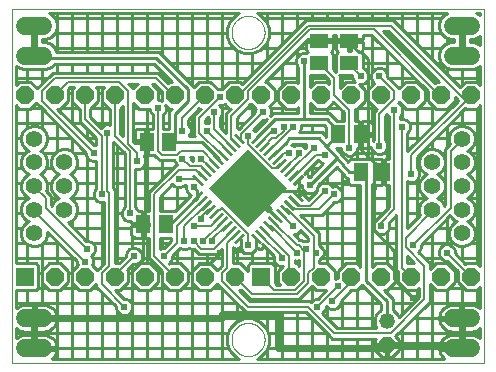
<source format=gbl>
G75*
%MOIN*%
%OFA0B0*%
%FSLAX25Y25*%
%IPPOS*%
%LPD*%
%AMOC8*
5,1,8,0,0,1.08239X$1,22.5*
%
%ADD10C,0.00000*%
%ADD11R,0.18504X0.18504*%
%ADD12R,0.04331X0.00984*%
%ADD13R,0.05937X0.05937*%
%ADD14OC8,0.05937*%
%ADD15C,0.05600*%
%ADD16R,0.05118X0.05906*%
%ADD17OC8,0.05200*%
%ADD18C,0.05200*%
%ADD19R,0.05906X0.05118*%
%ADD20C,0.06000*%
%ADD21C,0.02400*%
%ADD22C,0.01000*%
%ADD23C,0.02400*%
%ADD24C,0.00600*%
D10*
X0008000Y0021082D02*
X0008000Y0139193D01*
X0165480Y0139193D01*
X0165480Y0021082D01*
X0008000Y0021082D01*
X0081228Y0028956D02*
X0081230Y0029104D01*
X0081236Y0029252D01*
X0081246Y0029400D01*
X0081260Y0029547D01*
X0081278Y0029694D01*
X0081299Y0029840D01*
X0081325Y0029986D01*
X0081355Y0030131D01*
X0081388Y0030275D01*
X0081426Y0030418D01*
X0081467Y0030560D01*
X0081512Y0030701D01*
X0081560Y0030841D01*
X0081613Y0030980D01*
X0081669Y0031117D01*
X0081729Y0031252D01*
X0081792Y0031386D01*
X0081859Y0031518D01*
X0081930Y0031648D01*
X0082004Y0031776D01*
X0082081Y0031902D01*
X0082162Y0032026D01*
X0082246Y0032148D01*
X0082333Y0032267D01*
X0082424Y0032384D01*
X0082518Y0032499D01*
X0082614Y0032611D01*
X0082714Y0032721D01*
X0082816Y0032827D01*
X0082922Y0032931D01*
X0083030Y0033032D01*
X0083141Y0033130D01*
X0083254Y0033226D01*
X0083370Y0033318D01*
X0083488Y0033407D01*
X0083609Y0033492D01*
X0083732Y0033575D01*
X0083857Y0033654D01*
X0083984Y0033730D01*
X0084113Y0033802D01*
X0084244Y0033871D01*
X0084377Y0033936D01*
X0084512Y0033997D01*
X0084648Y0034055D01*
X0084785Y0034110D01*
X0084924Y0034160D01*
X0085065Y0034207D01*
X0085206Y0034250D01*
X0085349Y0034290D01*
X0085493Y0034325D01*
X0085637Y0034357D01*
X0085783Y0034384D01*
X0085929Y0034408D01*
X0086076Y0034428D01*
X0086223Y0034444D01*
X0086370Y0034456D01*
X0086518Y0034464D01*
X0086666Y0034468D01*
X0086814Y0034468D01*
X0086962Y0034464D01*
X0087110Y0034456D01*
X0087257Y0034444D01*
X0087404Y0034428D01*
X0087551Y0034408D01*
X0087697Y0034384D01*
X0087843Y0034357D01*
X0087987Y0034325D01*
X0088131Y0034290D01*
X0088274Y0034250D01*
X0088415Y0034207D01*
X0088556Y0034160D01*
X0088695Y0034110D01*
X0088832Y0034055D01*
X0088968Y0033997D01*
X0089103Y0033936D01*
X0089236Y0033871D01*
X0089367Y0033802D01*
X0089496Y0033730D01*
X0089623Y0033654D01*
X0089748Y0033575D01*
X0089871Y0033492D01*
X0089992Y0033407D01*
X0090110Y0033318D01*
X0090226Y0033226D01*
X0090339Y0033130D01*
X0090450Y0033032D01*
X0090558Y0032931D01*
X0090664Y0032827D01*
X0090766Y0032721D01*
X0090866Y0032611D01*
X0090962Y0032499D01*
X0091056Y0032384D01*
X0091147Y0032267D01*
X0091234Y0032148D01*
X0091318Y0032026D01*
X0091399Y0031902D01*
X0091476Y0031776D01*
X0091550Y0031648D01*
X0091621Y0031518D01*
X0091688Y0031386D01*
X0091751Y0031252D01*
X0091811Y0031117D01*
X0091867Y0030980D01*
X0091920Y0030841D01*
X0091968Y0030701D01*
X0092013Y0030560D01*
X0092054Y0030418D01*
X0092092Y0030275D01*
X0092125Y0030131D01*
X0092155Y0029986D01*
X0092181Y0029840D01*
X0092202Y0029694D01*
X0092220Y0029547D01*
X0092234Y0029400D01*
X0092244Y0029252D01*
X0092250Y0029104D01*
X0092252Y0028956D01*
X0092250Y0028808D01*
X0092244Y0028660D01*
X0092234Y0028512D01*
X0092220Y0028365D01*
X0092202Y0028218D01*
X0092181Y0028072D01*
X0092155Y0027926D01*
X0092125Y0027781D01*
X0092092Y0027637D01*
X0092054Y0027494D01*
X0092013Y0027352D01*
X0091968Y0027211D01*
X0091920Y0027071D01*
X0091867Y0026932D01*
X0091811Y0026795D01*
X0091751Y0026660D01*
X0091688Y0026526D01*
X0091621Y0026394D01*
X0091550Y0026264D01*
X0091476Y0026136D01*
X0091399Y0026010D01*
X0091318Y0025886D01*
X0091234Y0025764D01*
X0091147Y0025645D01*
X0091056Y0025528D01*
X0090962Y0025413D01*
X0090866Y0025301D01*
X0090766Y0025191D01*
X0090664Y0025085D01*
X0090558Y0024981D01*
X0090450Y0024880D01*
X0090339Y0024782D01*
X0090226Y0024686D01*
X0090110Y0024594D01*
X0089992Y0024505D01*
X0089871Y0024420D01*
X0089748Y0024337D01*
X0089623Y0024258D01*
X0089496Y0024182D01*
X0089367Y0024110D01*
X0089236Y0024041D01*
X0089103Y0023976D01*
X0088968Y0023915D01*
X0088832Y0023857D01*
X0088695Y0023802D01*
X0088556Y0023752D01*
X0088415Y0023705D01*
X0088274Y0023662D01*
X0088131Y0023622D01*
X0087987Y0023587D01*
X0087843Y0023555D01*
X0087697Y0023528D01*
X0087551Y0023504D01*
X0087404Y0023484D01*
X0087257Y0023468D01*
X0087110Y0023456D01*
X0086962Y0023448D01*
X0086814Y0023444D01*
X0086666Y0023444D01*
X0086518Y0023448D01*
X0086370Y0023456D01*
X0086223Y0023468D01*
X0086076Y0023484D01*
X0085929Y0023504D01*
X0085783Y0023528D01*
X0085637Y0023555D01*
X0085493Y0023587D01*
X0085349Y0023622D01*
X0085206Y0023662D01*
X0085065Y0023705D01*
X0084924Y0023752D01*
X0084785Y0023802D01*
X0084648Y0023857D01*
X0084512Y0023915D01*
X0084377Y0023976D01*
X0084244Y0024041D01*
X0084113Y0024110D01*
X0083984Y0024182D01*
X0083857Y0024258D01*
X0083732Y0024337D01*
X0083609Y0024420D01*
X0083488Y0024505D01*
X0083370Y0024594D01*
X0083254Y0024686D01*
X0083141Y0024782D01*
X0083030Y0024880D01*
X0082922Y0024981D01*
X0082816Y0025085D01*
X0082714Y0025191D01*
X0082614Y0025301D01*
X0082518Y0025413D01*
X0082424Y0025528D01*
X0082333Y0025645D01*
X0082246Y0025764D01*
X0082162Y0025886D01*
X0082081Y0026010D01*
X0082004Y0026136D01*
X0081930Y0026264D01*
X0081859Y0026394D01*
X0081792Y0026526D01*
X0081729Y0026660D01*
X0081669Y0026795D01*
X0081613Y0026932D01*
X0081560Y0027071D01*
X0081512Y0027211D01*
X0081467Y0027352D01*
X0081426Y0027494D01*
X0081388Y0027637D01*
X0081355Y0027781D01*
X0081325Y0027926D01*
X0081299Y0028072D01*
X0081278Y0028218D01*
X0081260Y0028365D01*
X0081246Y0028512D01*
X0081236Y0028660D01*
X0081230Y0028808D01*
X0081228Y0028956D01*
X0081228Y0131319D02*
X0081230Y0131467D01*
X0081236Y0131615D01*
X0081246Y0131763D01*
X0081260Y0131910D01*
X0081278Y0132057D01*
X0081299Y0132203D01*
X0081325Y0132349D01*
X0081355Y0132494D01*
X0081388Y0132638D01*
X0081426Y0132781D01*
X0081467Y0132923D01*
X0081512Y0133064D01*
X0081560Y0133204D01*
X0081613Y0133343D01*
X0081669Y0133480D01*
X0081729Y0133615D01*
X0081792Y0133749D01*
X0081859Y0133881D01*
X0081930Y0134011D01*
X0082004Y0134139D01*
X0082081Y0134265D01*
X0082162Y0134389D01*
X0082246Y0134511D01*
X0082333Y0134630D01*
X0082424Y0134747D01*
X0082518Y0134862D01*
X0082614Y0134974D01*
X0082714Y0135084D01*
X0082816Y0135190D01*
X0082922Y0135294D01*
X0083030Y0135395D01*
X0083141Y0135493D01*
X0083254Y0135589D01*
X0083370Y0135681D01*
X0083488Y0135770D01*
X0083609Y0135855D01*
X0083732Y0135938D01*
X0083857Y0136017D01*
X0083984Y0136093D01*
X0084113Y0136165D01*
X0084244Y0136234D01*
X0084377Y0136299D01*
X0084512Y0136360D01*
X0084648Y0136418D01*
X0084785Y0136473D01*
X0084924Y0136523D01*
X0085065Y0136570D01*
X0085206Y0136613D01*
X0085349Y0136653D01*
X0085493Y0136688D01*
X0085637Y0136720D01*
X0085783Y0136747D01*
X0085929Y0136771D01*
X0086076Y0136791D01*
X0086223Y0136807D01*
X0086370Y0136819D01*
X0086518Y0136827D01*
X0086666Y0136831D01*
X0086814Y0136831D01*
X0086962Y0136827D01*
X0087110Y0136819D01*
X0087257Y0136807D01*
X0087404Y0136791D01*
X0087551Y0136771D01*
X0087697Y0136747D01*
X0087843Y0136720D01*
X0087987Y0136688D01*
X0088131Y0136653D01*
X0088274Y0136613D01*
X0088415Y0136570D01*
X0088556Y0136523D01*
X0088695Y0136473D01*
X0088832Y0136418D01*
X0088968Y0136360D01*
X0089103Y0136299D01*
X0089236Y0136234D01*
X0089367Y0136165D01*
X0089496Y0136093D01*
X0089623Y0136017D01*
X0089748Y0135938D01*
X0089871Y0135855D01*
X0089992Y0135770D01*
X0090110Y0135681D01*
X0090226Y0135589D01*
X0090339Y0135493D01*
X0090450Y0135395D01*
X0090558Y0135294D01*
X0090664Y0135190D01*
X0090766Y0135084D01*
X0090866Y0134974D01*
X0090962Y0134862D01*
X0091056Y0134747D01*
X0091147Y0134630D01*
X0091234Y0134511D01*
X0091318Y0134389D01*
X0091399Y0134265D01*
X0091476Y0134139D01*
X0091550Y0134011D01*
X0091621Y0133881D01*
X0091688Y0133749D01*
X0091751Y0133615D01*
X0091811Y0133480D01*
X0091867Y0133343D01*
X0091920Y0133204D01*
X0091968Y0133064D01*
X0092013Y0132923D01*
X0092054Y0132781D01*
X0092092Y0132638D01*
X0092125Y0132494D01*
X0092155Y0132349D01*
X0092181Y0132203D01*
X0092202Y0132057D01*
X0092220Y0131910D01*
X0092234Y0131763D01*
X0092244Y0131615D01*
X0092250Y0131467D01*
X0092252Y0131319D01*
X0092250Y0131171D01*
X0092244Y0131023D01*
X0092234Y0130875D01*
X0092220Y0130728D01*
X0092202Y0130581D01*
X0092181Y0130435D01*
X0092155Y0130289D01*
X0092125Y0130144D01*
X0092092Y0130000D01*
X0092054Y0129857D01*
X0092013Y0129715D01*
X0091968Y0129574D01*
X0091920Y0129434D01*
X0091867Y0129295D01*
X0091811Y0129158D01*
X0091751Y0129023D01*
X0091688Y0128889D01*
X0091621Y0128757D01*
X0091550Y0128627D01*
X0091476Y0128499D01*
X0091399Y0128373D01*
X0091318Y0128249D01*
X0091234Y0128127D01*
X0091147Y0128008D01*
X0091056Y0127891D01*
X0090962Y0127776D01*
X0090866Y0127664D01*
X0090766Y0127554D01*
X0090664Y0127448D01*
X0090558Y0127344D01*
X0090450Y0127243D01*
X0090339Y0127145D01*
X0090226Y0127049D01*
X0090110Y0126957D01*
X0089992Y0126868D01*
X0089871Y0126783D01*
X0089748Y0126700D01*
X0089623Y0126621D01*
X0089496Y0126545D01*
X0089367Y0126473D01*
X0089236Y0126404D01*
X0089103Y0126339D01*
X0088968Y0126278D01*
X0088832Y0126220D01*
X0088695Y0126165D01*
X0088556Y0126115D01*
X0088415Y0126068D01*
X0088274Y0126025D01*
X0088131Y0125985D01*
X0087987Y0125950D01*
X0087843Y0125918D01*
X0087697Y0125891D01*
X0087551Y0125867D01*
X0087404Y0125847D01*
X0087257Y0125831D01*
X0087110Y0125819D01*
X0086962Y0125811D01*
X0086814Y0125807D01*
X0086666Y0125807D01*
X0086518Y0125811D01*
X0086370Y0125819D01*
X0086223Y0125831D01*
X0086076Y0125847D01*
X0085929Y0125867D01*
X0085783Y0125891D01*
X0085637Y0125918D01*
X0085493Y0125950D01*
X0085349Y0125985D01*
X0085206Y0126025D01*
X0085065Y0126068D01*
X0084924Y0126115D01*
X0084785Y0126165D01*
X0084648Y0126220D01*
X0084512Y0126278D01*
X0084377Y0126339D01*
X0084244Y0126404D01*
X0084113Y0126473D01*
X0083984Y0126545D01*
X0083857Y0126621D01*
X0083732Y0126700D01*
X0083609Y0126783D01*
X0083488Y0126868D01*
X0083370Y0126957D01*
X0083254Y0127049D01*
X0083141Y0127145D01*
X0083030Y0127243D01*
X0082922Y0127344D01*
X0082816Y0127448D01*
X0082714Y0127554D01*
X0082614Y0127664D01*
X0082518Y0127776D01*
X0082424Y0127891D01*
X0082333Y0128008D01*
X0082246Y0128127D01*
X0082162Y0128249D01*
X0082081Y0128373D01*
X0082004Y0128499D01*
X0081930Y0128627D01*
X0081859Y0128757D01*
X0081792Y0128889D01*
X0081729Y0129023D01*
X0081669Y0129158D01*
X0081613Y0129295D01*
X0081560Y0129434D01*
X0081512Y0129574D01*
X0081467Y0129715D01*
X0081426Y0129857D01*
X0081388Y0130000D01*
X0081355Y0130144D01*
X0081325Y0130289D01*
X0081299Y0130435D01*
X0081278Y0130581D01*
X0081260Y0130728D01*
X0081246Y0130875D01*
X0081236Y0131023D01*
X0081230Y0131171D01*
X0081228Y0131319D01*
D11*
G36*
X0086750Y0092404D02*
X0099834Y0079320D01*
X0086750Y0066236D01*
X0073666Y0079320D01*
X0086750Y0092404D01*
G37*
D12*
G36*
X0085148Y0094145D02*
X0082088Y0097205D01*
X0082784Y0097901D01*
X0085844Y0094841D01*
X0085148Y0094145D01*
G37*
G36*
X0083756Y0092753D02*
X0080696Y0095813D01*
X0081392Y0096509D01*
X0084452Y0093449D01*
X0083756Y0092753D01*
G37*
G36*
X0082364Y0091361D02*
X0079304Y0094421D01*
X0080000Y0095117D01*
X0083060Y0092057D01*
X0082364Y0091361D01*
G37*
G36*
X0080972Y0089969D02*
X0077912Y0093029D01*
X0078608Y0093725D01*
X0081668Y0090665D01*
X0080972Y0089969D01*
G37*
G36*
X0079580Y0088577D02*
X0076520Y0091637D01*
X0077216Y0092333D01*
X0080276Y0089273D01*
X0079580Y0088577D01*
G37*
G36*
X0078188Y0087185D02*
X0075128Y0090245D01*
X0075824Y0090941D01*
X0078884Y0087881D01*
X0078188Y0087185D01*
G37*
G36*
X0076796Y0085793D02*
X0073736Y0088853D01*
X0074432Y0089549D01*
X0077492Y0086489D01*
X0076796Y0085793D01*
G37*
G36*
X0075405Y0084401D02*
X0072345Y0087461D01*
X0073041Y0088157D01*
X0076101Y0085097D01*
X0075405Y0084401D01*
G37*
G36*
X0074013Y0083009D02*
X0070953Y0086069D01*
X0071649Y0086765D01*
X0074709Y0083705D01*
X0074013Y0083009D01*
G37*
G36*
X0072621Y0081617D02*
X0069561Y0084677D01*
X0070257Y0085373D01*
X0073317Y0082313D01*
X0072621Y0081617D01*
G37*
G36*
X0071229Y0080225D02*
X0068169Y0083285D01*
X0068865Y0083981D01*
X0071925Y0080921D01*
X0071229Y0080225D01*
G37*
G36*
X0071925Y0077718D02*
X0068865Y0074658D01*
X0068169Y0075354D01*
X0071229Y0078414D01*
X0071925Y0077718D01*
G37*
G36*
X0073317Y0076326D02*
X0070257Y0073266D01*
X0069561Y0073962D01*
X0072621Y0077022D01*
X0073317Y0076326D01*
G37*
G36*
X0074709Y0074934D02*
X0071649Y0071874D01*
X0070953Y0072570D01*
X0074013Y0075630D01*
X0074709Y0074934D01*
G37*
G36*
X0076101Y0073542D02*
X0073041Y0070482D01*
X0072345Y0071178D01*
X0075405Y0074238D01*
X0076101Y0073542D01*
G37*
G36*
X0077492Y0072150D02*
X0074432Y0069090D01*
X0073736Y0069786D01*
X0076796Y0072846D01*
X0077492Y0072150D01*
G37*
G36*
X0078884Y0070758D02*
X0075824Y0067698D01*
X0075128Y0068394D01*
X0078188Y0071454D01*
X0078884Y0070758D01*
G37*
G36*
X0080276Y0069366D02*
X0077216Y0066306D01*
X0076520Y0067002D01*
X0079580Y0070062D01*
X0080276Y0069366D01*
G37*
G36*
X0081668Y0067974D02*
X0078608Y0064914D01*
X0077912Y0065610D01*
X0080972Y0068670D01*
X0081668Y0067974D01*
G37*
G36*
X0083060Y0066582D02*
X0080000Y0063522D01*
X0079304Y0064218D01*
X0082364Y0067278D01*
X0083060Y0066582D01*
G37*
G36*
X0084452Y0065190D02*
X0081392Y0062130D01*
X0080696Y0062826D01*
X0083756Y0065886D01*
X0084452Y0065190D01*
G37*
G36*
X0085844Y0063798D02*
X0082784Y0060738D01*
X0082088Y0061434D01*
X0085148Y0064494D01*
X0085844Y0063798D01*
G37*
G36*
X0088352Y0064494D02*
X0091412Y0061434D01*
X0090716Y0060738D01*
X0087656Y0063798D01*
X0088352Y0064494D01*
G37*
G36*
X0089744Y0065886D02*
X0092804Y0062826D01*
X0092108Y0062130D01*
X0089048Y0065190D01*
X0089744Y0065886D01*
G37*
G36*
X0091136Y0067278D02*
X0094196Y0064218D01*
X0093500Y0063522D01*
X0090440Y0066582D01*
X0091136Y0067278D01*
G37*
G36*
X0092528Y0068670D02*
X0095588Y0065610D01*
X0094892Y0064914D01*
X0091832Y0067974D01*
X0092528Y0068670D01*
G37*
G36*
X0093920Y0070062D02*
X0096980Y0067002D01*
X0096284Y0066306D01*
X0093224Y0069366D01*
X0093920Y0070062D01*
G37*
G36*
X0095312Y0071454D02*
X0098372Y0068394D01*
X0097676Y0067698D01*
X0094616Y0070758D01*
X0095312Y0071454D01*
G37*
G36*
X0096704Y0072846D02*
X0099764Y0069786D01*
X0099068Y0069090D01*
X0096008Y0072150D01*
X0096704Y0072846D01*
G37*
G36*
X0098095Y0074238D02*
X0101155Y0071178D01*
X0100459Y0070482D01*
X0097399Y0073542D01*
X0098095Y0074238D01*
G37*
G36*
X0099487Y0075630D02*
X0102547Y0072570D01*
X0101851Y0071874D01*
X0098791Y0074934D01*
X0099487Y0075630D01*
G37*
G36*
X0100879Y0077022D02*
X0103939Y0073962D01*
X0103243Y0073266D01*
X0100183Y0076326D01*
X0100879Y0077022D01*
G37*
G36*
X0102271Y0078414D02*
X0105331Y0075354D01*
X0104635Y0074658D01*
X0101575Y0077718D01*
X0102271Y0078414D01*
G37*
G36*
X0105331Y0083285D02*
X0102271Y0080225D01*
X0101575Y0080921D01*
X0104635Y0083981D01*
X0105331Y0083285D01*
G37*
G36*
X0103939Y0084677D02*
X0100879Y0081617D01*
X0100183Y0082313D01*
X0103243Y0085373D01*
X0103939Y0084677D01*
G37*
G36*
X0102547Y0086069D02*
X0099487Y0083009D01*
X0098791Y0083705D01*
X0101851Y0086765D01*
X0102547Y0086069D01*
G37*
G36*
X0101155Y0087461D02*
X0098095Y0084401D01*
X0097399Y0085097D01*
X0100459Y0088157D01*
X0101155Y0087461D01*
G37*
G36*
X0099764Y0088853D02*
X0096704Y0085793D01*
X0096008Y0086489D01*
X0099068Y0089549D01*
X0099764Y0088853D01*
G37*
G36*
X0098372Y0090245D02*
X0095312Y0087185D01*
X0094616Y0087881D01*
X0097676Y0090941D01*
X0098372Y0090245D01*
G37*
G36*
X0096980Y0091637D02*
X0093920Y0088577D01*
X0093224Y0089273D01*
X0096284Y0092333D01*
X0096980Y0091637D01*
G37*
G36*
X0095588Y0093029D02*
X0092528Y0089969D01*
X0091832Y0090665D01*
X0094892Y0093725D01*
X0095588Y0093029D01*
G37*
G36*
X0094196Y0094421D02*
X0091136Y0091361D01*
X0090440Y0092057D01*
X0093500Y0095117D01*
X0094196Y0094421D01*
G37*
G36*
X0092804Y0095813D02*
X0089744Y0092753D01*
X0089048Y0093449D01*
X0092108Y0096509D01*
X0092804Y0095813D01*
G37*
G36*
X0091412Y0097205D02*
X0088352Y0094145D01*
X0087656Y0094841D01*
X0090716Y0097901D01*
X0091412Y0097205D01*
G37*
D13*
X0091110Y0049862D03*
X0012370Y0049862D03*
D14*
X0022370Y0049862D03*
X0032370Y0049862D03*
X0042370Y0049862D03*
X0052370Y0049862D03*
X0062370Y0049862D03*
X0072370Y0049862D03*
X0082370Y0049862D03*
X0101110Y0049862D03*
X0111110Y0049862D03*
X0121110Y0049862D03*
X0131110Y0049862D03*
X0141110Y0049862D03*
X0151110Y0049862D03*
X0161110Y0049862D03*
X0161110Y0110413D03*
X0151110Y0110413D03*
X0141110Y0110413D03*
X0131110Y0110413D03*
X0121110Y0110413D03*
X0111110Y0110413D03*
X0101110Y0110413D03*
X0091110Y0110413D03*
X0082370Y0110413D03*
X0072370Y0110413D03*
X0062370Y0110413D03*
X0052370Y0110413D03*
X0042370Y0110413D03*
X0032370Y0110413D03*
X0022370Y0110413D03*
X0012370Y0110413D03*
D15*
X0015500Y0095886D03*
X0015500Y0088012D03*
X0025500Y0088012D03*
X0025500Y0080138D03*
X0025500Y0072263D03*
X0015500Y0072263D03*
X0015500Y0080138D03*
X0015500Y0064389D03*
X0148000Y0072263D03*
X0148000Y0080138D03*
X0158000Y0080138D03*
X0158000Y0072263D03*
X0158000Y0064389D03*
X0158000Y0088012D03*
X0158000Y0095886D03*
X0148000Y0088012D03*
D16*
X0131740Y0084832D03*
X0124260Y0084832D03*
X0124240Y0097332D03*
X0116760Y0097332D03*
X0060490Y0094832D03*
X0053010Y0094832D03*
X0051760Y0067332D03*
X0059240Y0067332D03*
D17*
X0133000Y0027082D03*
D18*
X0133000Y0035082D03*
D19*
X0120500Y0121092D03*
X0120500Y0128573D03*
X0110500Y0128573D03*
X0110500Y0121092D03*
D20*
X0155000Y0123582D02*
X0161000Y0123582D01*
X0161000Y0133582D02*
X0155000Y0133582D01*
X0155000Y0036082D02*
X0161000Y0036082D01*
X0161000Y0026082D02*
X0155000Y0026082D01*
X0018500Y0026082D02*
X0012500Y0026082D01*
X0012500Y0036082D02*
X0018500Y0036082D01*
X0018500Y0123582D02*
X0012500Y0123582D01*
X0012500Y0133582D02*
X0018500Y0133582D01*
D21*
X0015500Y0133582D02*
X0015500Y0123582D01*
X0078000Y0037332D02*
X0095500Y0037332D01*
X0096750Y0037332D01*
X0096750Y0036082D01*
X0096750Y0026082D01*
X0133000Y0026082D01*
X0133000Y0027082D01*
X0158000Y0027082D01*
X0158000Y0026082D01*
X0158000Y0036082D01*
X0078000Y0036082D02*
X0078000Y0037332D01*
X0078000Y0036082D02*
X0068000Y0036082D01*
X0048000Y0036082D01*
X0015500Y0036082D01*
X0015500Y0026082D01*
X0158000Y0123582D02*
X0158000Y0133582D01*
D22*
X0160700Y0129082D02*
X0161895Y0129082D01*
X0163549Y0129767D01*
X0163980Y0130199D01*
X0163980Y0126966D01*
X0163549Y0127397D01*
X0161895Y0128082D01*
X0160700Y0128082D01*
X0160700Y0129082D01*
X0163000Y0129540D02*
X0163000Y0127625D01*
X0155300Y0128082D02*
X0154105Y0128082D01*
X0152451Y0127397D01*
X0151185Y0126131D01*
X0150500Y0124477D01*
X0150500Y0122687D01*
X0151185Y0121033D01*
X0152451Y0119767D01*
X0154105Y0119082D01*
X0161895Y0119082D01*
X0163549Y0119767D01*
X0163980Y0120199D01*
X0163980Y0113862D01*
X0162961Y0114882D01*
X0159259Y0114882D01*
X0157378Y0113000D01*
X0134996Y0135382D01*
X0133504Y0135382D01*
X0106004Y0135382D01*
X0104950Y0134328D01*
X0084862Y0114240D01*
X0084221Y0114882D01*
X0080519Y0114882D01*
X0078094Y0112457D01*
X0077912Y0112532D01*
X0076838Y0112532D01*
X0076649Y0112454D01*
X0074221Y0114882D01*
X0070519Y0114882D01*
X0068750Y0113112D01*
X0068750Y0113161D01*
X0058125Y0123786D01*
X0056953Y0124957D01*
X0022801Y0124957D01*
X0022315Y0126131D01*
X0021049Y0127397D01*
X0019395Y0128082D01*
X0018200Y0128082D01*
X0018200Y0129082D01*
X0019395Y0129082D01*
X0021049Y0129767D01*
X0022315Y0131033D01*
X0023000Y0132687D01*
X0023000Y0134477D01*
X0022315Y0136131D01*
X0021049Y0137397D01*
X0020336Y0137693D01*
X0083806Y0137693D01*
X0082768Y0137263D01*
X0080796Y0135290D01*
X0079728Y0132713D01*
X0079728Y0129924D01*
X0080796Y0127347D01*
X0082768Y0125374D01*
X0085345Y0124307D01*
X0088135Y0124307D01*
X0090712Y0125374D01*
X0092684Y0127347D01*
X0093752Y0129924D01*
X0093752Y0132713D01*
X0092684Y0135290D01*
X0090712Y0137263D01*
X0089675Y0137693D01*
X0153164Y0137693D01*
X0152451Y0137397D01*
X0151185Y0136131D01*
X0150500Y0134477D01*
X0150500Y0132687D01*
X0151185Y0131033D01*
X0152451Y0129767D01*
X0154105Y0129082D01*
X0155300Y0129082D01*
X0155300Y0128082D01*
X0153000Y0127625D02*
X0153000Y0129540D01*
X0151165Y0131082D02*
X0139296Y0131082D01*
X0138000Y0132378D02*
X0138000Y0137693D01*
X0143000Y0137693D02*
X0143000Y0127378D01*
X0144296Y0126082D02*
X0151165Y0126082D01*
X0148000Y0122378D02*
X0148000Y0137693D01*
X0151165Y0136082D02*
X0091893Y0136082D01*
X0093000Y0134529D02*
X0093000Y0137693D01*
X0098000Y0137693D02*
X0098000Y0127378D01*
X0096704Y0126082D02*
X0091420Y0126082D01*
X0093000Y0128108D02*
X0093000Y0122378D01*
X0091704Y0121082D02*
X0060828Y0121082D01*
X0063000Y0118911D02*
X0063000Y0137693D01*
X0058000Y0137693D02*
X0058000Y0123911D01*
X0056125Y0122957D02*
X0016125Y0122957D01*
X0015500Y0123582D01*
X0013000Y0119082D02*
X0013000Y0114882D01*
X0014221Y0114882D02*
X0010519Y0114882D01*
X0009500Y0113862D01*
X0009500Y0120218D01*
X0009951Y0119767D01*
X0011605Y0119082D01*
X0019395Y0119082D01*
X0021049Y0119767D01*
X0022239Y0120957D01*
X0055297Y0120957D01*
X0061372Y0114882D01*
X0060519Y0114882D01*
X0060195Y0114558D01*
X0056871Y0117882D01*
X0055379Y0117882D01*
X0021629Y0117882D01*
X0020575Y0116828D01*
X0016425Y0112678D01*
X0014221Y0114882D01*
X0018000Y0114253D02*
X0018000Y0119082D01*
X0019829Y0116082D02*
X0009500Y0116082D01*
X0016200Y0107924D02*
X0016200Y0107837D01*
X0017254Y0106782D01*
X0032800Y0091237D01*
X0032800Y0090545D01*
X0033211Y0089553D01*
X0033971Y0088793D01*
X0034963Y0088382D01*
X0036037Y0088382D01*
X0036200Y0088450D01*
X0036200Y0079351D01*
X0035711Y0078862D01*
X0035300Y0077869D01*
X0035300Y0076795D01*
X0035711Y0075803D01*
X0036471Y0075043D01*
X0037463Y0074632D01*
X0038537Y0074632D01*
X0038700Y0074700D01*
X0038700Y0054328D01*
X0037254Y0052882D01*
X0036462Y0052090D01*
X0034835Y0053716D01*
X0035075Y0054295D01*
X0035075Y0055369D01*
X0034664Y0056362D01*
X0034231Y0056795D01*
X0034529Y0056918D01*
X0035289Y0057678D01*
X0035700Y0058670D01*
X0035700Y0059744D01*
X0035289Y0060737D01*
X0034529Y0061496D01*
X0033537Y0061907D01*
X0032846Y0061907D01*
X0026662Y0068091D01*
X0027936Y0068618D01*
X0029145Y0069828D01*
X0029800Y0071408D01*
X0029800Y0073119D01*
X0029145Y0074699D01*
X0027936Y0075909D01*
X0027232Y0076201D01*
X0027936Y0076492D01*
X0029145Y0077702D01*
X0029800Y0079282D01*
X0029800Y0080993D01*
X0029145Y0082573D01*
X0027936Y0083783D01*
X0027232Y0084075D01*
X0027936Y0084366D01*
X0029145Y0085576D01*
X0029800Y0087156D01*
X0029800Y0088867D01*
X0029145Y0090447D01*
X0027936Y0091657D01*
X0026355Y0092312D01*
X0024645Y0092312D01*
X0023064Y0091657D01*
X0021855Y0090447D01*
X0021200Y0088867D01*
X0021200Y0087156D01*
X0021855Y0085576D01*
X0023064Y0084366D01*
X0023768Y0084075D01*
X0023064Y0083783D01*
X0021855Y0082573D01*
X0021200Y0080993D01*
X0021200Y0079282D01*
X0021855Y0077702D01*
X0023064Y0076492D01*
X0023768Y0076201D01*
X0023064Y0075909D01*
X0021855Y0074699D01*
X0021327Y0073426D01*
X0021050Y0073703D01*
X0021050Y0076828D01*
X0019447Y0078431D01*
X0019800Y0079282D01*
X0019800Y0080993D01*
X0019145Y0082573D01*
X0017936Y0083783D01*
X0017232Y0084075D01*
X0017936Y0084366D01*
X0019145Y0085576D01*
X0019800Y0087156D01*
X0019800Y0088867D01*
X0019145Y0090447D01*
X0017936Y0091657D01*
X0017232Y0091949D01*
X0017936Y0092240D01*
X0019145Y0093450D01*
X0019800Y0095030D01*
X0019800Y0096741D01*
X0019145Y0098321D01*
X0017936Y0099531D01*
X0016355Y0100186D01*
X0014645Y0100186D01*
X0013064Y0099531D01*
X0011855Y0098321D01*
X0011200Y0096741D01*
X0011200Y0095030D01*
X0011855Y0093450D01*
X0013064Y0092240D01*
X0013768Y0091949D01*
X0013064Y0091657D01*
X0011855Y0090447D01*
X0011200Y0088867D01*
X0011200Y0087156D01*
X0011855Y0085576D01*
X0013064Y0084366D01*
X0013768Y0084075D01*
X0013064Y0083783D01*
X0011855Y0082573D01*
X0011200Y0080993D01*
X0011200Y0079282D01*
X0011855Y0077702D01*
X0013064Y0076492D01*
X0013768Y0076201D01*
X0013064Y0075909D01*
X0011855Y0074699D01*
X0011200Y0073119D01*
X0011200Y0071408D01*
X0011855Y0069828D01*
X0013064Y0068618D01*
X0013768Y0068326D01*
X0013064Y0068035D01*
X0011855Y0066825D01*
X0011200Y0065245D01*
X0011200Y0063534D01*
X0011855Y0061954D01*
X0013064Y0060744D01*
X0014645Y0060089D01*
X0016355Y0060089D01*
X0017936Y0060744D01*
X0019145Y0061954D01*
X0019800Y0063534D01*
X0019800Y0064862D01*
X0029675Y0054987D01*
X0029675Y0054295D01*
X0029912Y0053723D01*
X0027902Y0051713D01*
X0027902Y0048011D01*
X0030519Y0045393D01*
X0034221Y0045393D01*
X0036200Y0047372D01*
X0036200Y0046587D01*
X0042800Y0039987D01*
X0042800Y0039295D01*
X0043211Y0038303D01*
X0043971Y0037543D01*
X0044963Y0037132D01*
X0046037Y0037132D01*
X0047029Y0037543D01*
X0047789Y0038303D01*
X0048200Y0039295D01*
X0048200Y0040369D01*
X0047789Y0041362D01*
X0047029Y0042121D01*
X0046037Y0042532D01*
X0045346Y0042532D01*
X0042485Y0045393D01*
X0044221Y0045393D01*
X0046839Y0048011D01*
X0046839Y0051713D01*
X0046507Y0052044D01*
X0048471Y0054007D01*
X0049162Y0054007D01*
X0050154Y0054418D01*
X0050914Y0055178D01*
X0051325Y0056170D01*
X0051325Y0057244D01*
X0050914Y0058237D01*
X0050154Y0058996D01*
X0049162Y0059407D01*
X0048088Y0059407D01*
X0047096Y0058996D01*
X0046336Y0058237D01*
X0045925Y0057244D01*
X0045925Y0056553D01*
X0043702Y0054330D01*
X0042300Y0054330D01*
X0042300Y0078703D01*
X0041675Y0079328D01*
X0041675Y0094862D01*
X0045575Y0090962D01*
X0045575Y0073101D01*
X0045086Y0072612D01*
X0044675Y0071619D01*
X0044675Y0070545D01*
X0045086Y0069553D01*
X0045846Y0068793D01*
X0046838Y0068382D01*
X0047701Y0068382D01*
X0047701Y0067832D01*
X0051260Y0067832D01*
X0051260Y0066832D01*
X0052260Y0066832D01*
X0052260Y0062880D01*
X0053700Y0062880D01*
X0053700Y0055962D01*
X0057925Y0051737D01*
X0057902Y0051713D01*
X0057902Y0048011D01*
X0060519Y0045393D01*
X0064221Y0045393D01*
X0066839Y0048011D01*
X0066839Y0051713D01*
X0064221Y0054330D01*
X0060519Y0054330D01*
X0060471Y0054282D01*
X0060244Y0054509D01*
X0060914Y0055178D01*
X0061325Y0056170D01*
X0061325Y0056862D01*
X0063926Y0059463D01*
X0063971Y0059418D01*
X0064963Y0059007D01*
X0066037Y0059007D01*
X0067029Y0059418D01*
X0067062Y0059452D01*
X0067096Y0059418D01*
X0068088Y0059007D01*
X0068779Y0059007D01*
X0070379Y0057407D01*
X0076246Y0057407D01*
X0077300Y0058462D01*
X0078075Y0059237D01*
X0078075Y0053703D01*
X0077254Y0052882D01*
X0076462Y0052090D01*
X0074221Y0054330D01*
X0070519Y0054330D01*
X0067902Y0051713D01*
X0067902Y0048011D01*
X0070519Y0045393D01*
X0074221Y0045393D01*
X0076432Y0047605D01*
X0084950Y0039087D01*
X0086004Y0038032D01*
X0106004Y0038032D01*
X0113700Y0030337D01*
X0114754Y0029282D01*
X0129402Y0029282D01*
X0128900Y0028781D01*
X0128900Y0027382D01*
X0132700Y0027382D01*
X0132700Y0026782D01*
X0133300Y0026782D01*
X0133300Y0022982D01*
X0134698Y0022982D01*
X0137100Y0025384D01*
X0137100Y0026782D01*
X0133300Y0026782D01*
X0133300Y0027382D01*
X0137100Y0027382D01*
X0137100Y0028781D01*
X0135797Y0030084D01*
X0146246Y0040532D01*
X0147300Y0041587D01*
X0147300Y0047353D01*
X0149259Y0045393D01*
X0152961Y0045393D01*
X0155579Y0048011D01*
X0155579Y0051713D01*
X0152961Y0054330D01*
X0149259Y0054330D01*
X0147300Y0052371D01*
X0147300Y0054328D01*
X0143369Y0058259D01*
X0144039Y0058928D01*
X0144450Y0059920D01*
X0144450Y0060612D01*
X0154153Y0070315D01*
X0154355Y0069828D01*
X0155564Y0068618D01*
X0156268Y0068326D01*
X0155564Y0068035D01*
X0154355Y0066825D01*
X0153700Y0065245D01*
X0153700Y0063534D01*
X0154355Y0061954D01*
X0155564Y0060744D01*
X0157145Y0060089D01*
X0158855Y0060089D01*
X0160436Y0060744D01*
X0161645Y0061954D01*
X0162300Y0063534D01*
X0162300Y0065245D01*
X0161645Y0066825D01*
X0160436Y0068035D01*
X0159732Y0068326D01*
X0160436Y0068618D01*
X0161645Y0069828D01*
X0162300Y0071408D01*
X0162300Y0073119D01*
X0161645Y0074699D01*
X0160436Y0075909D01*
X0159732Y0076200D01*
X0160436Y0076492D01*
X0161645Y0077702D01*
X0162300Y0079282D01*
X0162300Y0080993D01*
X0161645Y0082573D01*
X0160436Y0083783D01*
X0159732Y0084075D01*
X0160436Y0084366D01*
X0161645Y0085576D01*
X0162300Y0087156D01*
X0162300Y0088867D01*
X0161645Y0090447D01*
X0160436Y0091657D01*
X0159732Y0091949D01*
X0160436Y0092240D01*
X0161645Y0093450D01*
X0162300Y0095030D01*
X0162300Y0096741D01*
X0161645Y0098321D01*
X0160436Y0099531D01*
X0158855Y0100186D01*
X0157145Y0100186D01*
X0155564Y0099531D01*
X0154355Y0098321D01*
X0153700Y0096741D01*
X0153700Y0095030D01*
X0154089Y0094092D01*
X0152450Y0092453D01*
X0152450Y0073703D01*
X0152173Y0073426D01*
X0151645Y0074699D01*
X0150436Y0075909D01*
X0149732Y0076201D01*
X0150436Y0076492D01*
X0151645Y0077702D01*
X0152300Y0079282D01*
X0152300Y0080993D01*
X0151645Y0082573D01*
X0150436Y0083783D01*
X0149732Y0084075D01*
X0150436Y0084366D01*
X0151645Y0085576D01*
X0152300Y0087156D01*
X0152300Y0088867D01*
X0151645Y0090447D01*
X0150436Y0091657D01*
X0148855Y0092312D01*
X0147145Y0092312D01*
X0145564Y0091657D01*
X0144355Y0090447D01*
X0143700Y0088867D01*
X0143700Y0087156D01*
X0144355Y0085576D01*
X0145564Y0084366D01*
X0146268Y0084075D01*
X0145564Y0083783D01*
X0144355Y0082573D01*
X0143700Y0080993D01*
X0143700Y0079282D01*
X0144355Y0077702D01*
X0145564Y0076492D01*
X0146268Y0076201D01*
X0145564Y0075909D01*
X0144355Y0074699D01*
X0143700Y0073119D01*
X0143700Y0071408D01*
X0144126Y0070379D01*
X0139800Y0066053D01*
X0139800Y0081834D01*
X0140588Y0081507D01*
X0141662Y0081507D01*
X0142654Y0081918D01*
X0143414Y0082678D01*
X0143825Y0083670D01*
X0143825Y0084744D01*
X0143414Y0085737D01*
X0142925Y0086226D01*
X0142925Y0089712D01*
X0159209Y0105995D01*
X0159259Y0105945D01*
X0162961Y0105945D01*
X0163980Y0106964D01*
X0163980Y0053311D01*
X0162961Y0054330D01*
X0159259Y0054330D01*
X0159216Y0054287D01*
X0155700Y0057803D01*
X0155700Y0058494D01*
X0155289Y0059487D01*
X0154529Y0060246D01*
X0153537Y0060657D01*
X0152463Y0060657D01*
X0151471Y0060246D01*
X0150711Y0059487D01*
X0150300Y0058494D01*
X0150300Y0057420D01*
X0150711Y0056428D01*
X0151471Y0055668D01*
X0152463Y0055257D01*
X0153154Y0055257D01*
X0156670Y0051741D01*
X0156642Y0051713D01*
X0156642Y0048011D01*
X0159259Y0045393D01*
X0162961Y0045393D01*
X0163980Y0046413D01*
X0163980Y0039466D01*
X0163932Y0039515D01*
X0163359Y0039931D01*
X0162727Y0040253D01*
X0162054Y0040472D01*
X0161354Y0040582D01*
X0158500Y0040582D01*
X0158500Y0036582D01*
X0157500Y0036582D01*
X0157500Y0035582D01*
X0158500Y0035582D01*
X0158500Y0031582D01*
X0161354Y0031582D01*
X0162054Y0031693D01*
X0162727Y0031912D01*
X0163359Y0032234D01*
X0163932Y0032650D01*
X0163980Y0032699D01*
X0163980Y0029466D01*
X0163932Y0029515D01*
X0163359Y0029931D01*
X0162727Y0030253D01*
X0162054Y0030472D01*
X0161354Y0030582D01*
X0158500Y0030582D01*
X0158500Y0026582D01*
X0157500Y0026582D01*
X0157500Y0025582D01*
X0150523Y0025582D01*
X0150611Y0025029D01*
X0150830Y0024355D01*
X0151151Y0023724D01*
X0151568Y0023151D01*
X0152068Y0022650D01*
X0152162Y0022582D01*
X0089675Y0022582D01*
X0090712Y0023012D01*
X0092684Y0024985D01*
X0093752Y0027562D01*
X0093752Y0030351D01*
X0092684Y0032928D01*
X0090712Y0034901D01*
X0088135Y0035968D01*
X0085345Y0035968D01*
X0082768Y0034901D01*
X0080796Y0032928D01*
X0079728Y0030351D01*
X0079728Y0027562D01*
X0080796Y0024985D01*
X0082768Y0023012D01*
X0083806Y0022582D01*
X0021338Y0022582D01*
X0021432Y0022650D01*
X0021932Y0023151D01*
X0022349Y0023724D01*
X0022670Y0024355D01*
X0022889Y0025029D01*
X0022977Y0025582D01*
X0016000Y0025582D01*
X0016000Y0026582D01*
X0022977Y0026582D01*
X0022889Y0027136D01*
X0022670Y0027810D01*
X0022349Y0028441D01*
X0021932Y0029014D01*
X0021432Y0029515D01*
X0020859Y0029931D01*
X0020227Y0030253D01*
X0019554Y0030472D01*
X0018854Y0030582D01*
X0016000Y0030582D01*
X0016000Y0026582D01*
X0015000Y0026582D01*
X0015000Y0030582D01*
X0012146Y0030582D01*
X0011446Y0030472D01*
X0010773Y0030253D01*
X0010141Y0029931D01*
X0009568Y0029515D01*
X0009500Y0029446D01*
X0009500Y0032718D01*
X0009568Y0032650D01*
X0010141Y0032234D01*
X0010773Y0031912D01*
X0011446Y0031693D01*
X0012146Y0031582D01*
X0015000Y0031582D01*
X0015000Y0035582D01*
X0016000Y0035582D01*
X0016000Y0031582D01*
X0018854Y0031582D01*
X0019554Y0031693D01*
X0020227Y0031912D01*
X0020859Y0032234D01*
X0021432Y0032650D01*
X0021932Y0033151D01*
X0022349Y0033724D01*
X0022670Y0034355D01*
X0022889Y0035029D01*
X0022977Y0035582D01*
X0016000Y0035582D01*
X0016000Y0036582D01*
X0022977Y0036582D01*
X0022889Y0037136D01*
X0022670Y0037810D01*
X0022349Y0038441D01*
X0021932Y0039014D01*
X0021432Y0039515D01*
X0020859Y0039931D01*
X0020227Y0040253D01*
X0019554Y0040472D01*
X0018854Y0040582D01*
X0016000Y0040582D01*
X0016000Y0036582D01*
X0015000Y0036582D01*
X0015000Y0040582D01*
X0012146Y0040582D01*
X0011446Y0040472D01*
X0010773Y0040253D01*
X0010141Y0039931D01*
X0009568Y0039515D01*
X0009500Y0039446D01*
X0009500Y0045393D01*
X0015960Y0045393D01*
X0016839Y0046272D01*
X0016839Y0053452D01*
X0015960Y0054330D01*
X0009500Y0054330D01*
X0009500Y0106964D01*
X0010519Y0105945D01*
X0014221Y0105945D01*
X0016200Y0107924D01*
X0017954Y0106082D02*
X0014359Y0106082D01*
X0013000Y0105945D02*
X0013000Y0099467D01*
X0009500Y0101082D02*
X0022954Y0101082D01*
X0023000Y0101037D02*
X0023000Y0091593D01*
X0022490Y0091082D02*
X0018510Y0091082D01*
X0018000Y0091593D02*
X0018000Y0092304D01*
X0019800Y0096082D02*
X0027954Y0096082D01*
X0028000Y0096037D02*
X0028000Y0091593D01*
X0028510Y0091082D02*
X0032800Y0091082D01*
X0033000Y0090062D02*
X0033000Y0061907D01*
X0034943Y0061082D02*
X0038700Y0061082D01*
X0042300Y0061082D02*
X0053700Y0061082D01*
X0053000Y0062880D02*
X0053000Y0054330D01*
X0054221Y0054330D02*
X0050519Y0054330D01*
X0047902Y0051713D01*
X0047902Y0048011D01*
X0050519Y0045393D01*
X0054221Y0045393D01*
X0056839Y0048011D01*
X0056839Y0051713D01*
X0054221Y0054330D01*
X0053700Y0056082D02*
X0051289Y0056082D01*
X0051750Y0055457D02*
X0048000Y0051707D01*
X0048000Y0036707D01*
X0048000Y0036082D01*
X0048000Y0038813D02*
X0048000Y0022582D01*
X0043000Y0022582D02*
X0043000Y0038812D01*
X0041704Y0041082D02*
X0009500Y0041082D01*
X0013000Y0040582D02*
X0013000Y0045393D01*
X0016649Y0046082D02*
X0019830Y0046082D01*
X0020519Y0045393D02*
X0017902Y0048011D01*
X0017902Y0051713D01*
X0020519Y0054330D01*
X0024221Y0054330D01*
X0026839Y0051713D01*
X0026839Y0048011D01*
X0024221Y0045393D01*
X0020519Y0045393D01*
X0023000Y0045393D02*
X0023000Y0022582D01*
X0028000Y0022582D02*
X0028000Y0047913D01*
X0029830Y0046082D02*
X0024910Y0046082D01*
X0026839Y0051082D02*
X0027902Y0051082D01*
X0028000Y0051811D02*
X0028000Y0056662D01*
X0028579Y0056082D02*
X0009500Y0056082D01*
X0013000Y0054330D02*
X0013000Y0060808D01*
X0012726Y0061082D02*
X0009500Y0061082D01*
X0009500Y0066082D02*
X0011547Y0066082D01*
X0013000Y0067971D02*
X0013000Y0068682D01*
X0011335Y0071082D02*
X0009500Y0071082D01*
X0009500Y0076082D02*
X0013483Y0076082D01*
X0013000Y0075845D02*
X0013000Y0076556D01*
X0011237Y0081082D02*
X0009500Y0081082D01*
X0013000Y0083719D02*
X0013000Y0084430D01*
X0011645Y0086082D02*
X0009500Y0086082D01*
X0009500Y0091082D02*
X0012490Y0091082D01*
X0013000Y0091593D02*
X0013000Y0092304D01*
X0011200Y0096082D02*
X0009500Y0096082D01*
X0018000Y0099467D02*
X0018000Y0106037D01*
X0023183Y0105945D02*
X0024221Y0105945D01*
X0026839Y0108562D01*
X0026839Y0112264D01*
X0026783Y0112320D01*
X0027496Y0113032D01*
X0028670Y0113032D01*
X0027902Y0112264D01*
X0027902Y0108562D01*
X0030519Y0105945D01*
X0030575Y0105945D01*
X0030575Y0101587D01*
X0031629Y0100532D01*
X0036200Y0095962D01*
X0036200Y0093715D01*
X0036037Y0093782D01*
X0035346Y0093782D01*
X0023183Y0105945D01*
X0024359Y0106082D02*
X0030381Y0106082D01*
X0028000Y0108464D02*
X0028000Y0101128D01*
X0028046Y0101082D02*
X0031079Y0101082D01*
X0033000Y0099162D02*
X0033000Y0096128D01*
X0033046Y0096082D02*
X0036079Y0096082D01*
X0037676Y0099577D02*
X0034175Y0103078D01*
X0034175Y0105945D01*
X0034221Y0105945D01*
X0036839Y0108562D01*
X0036839Y0112264D01*
X0036070Y0113032D01*
X0038670Y0113032D01*
X0037902Y0112264D01*
X0037902Y0108562D01*
X0040519Y0105945D01*
X0040575Y0105945D01*
X0040575Y0100590D01*
X0040412Y0100657D01*
X0039338Y0100657D01*
X0038346Y0100246D01*
X0037676Y0099577D01*
X0038000Y0099901D02*
X0038000Y0108464D01*
X0040381Y0106082D02*
X0034359Y0106082D01*
X0036839Y0111082D02*
X0037902Y0111082D01*
X0038000Y0112362D02*
X0038000Y0113032D01*
X0038000Y0117882D02*
X0038000Y0120957D01*
X0038000Y0124957D02*
X0038000Y0137693D01*
X0033000Y0137693D02*
X0033000Y0124957D01*
X0028000Y0124957D02*
X0028000Y0137693D01*
X0023000Y0137693D02*
X0023000Y0124957D01*
X0022335Y0126082D02*
X0082060Y0126082D01*
X0083000Y0125278D02*
X0083000Y0114882D01*
X0086704Y0116082D02*
X0065828Y0116082D01*
X0068000Y0113911D02*
X0068000Y0137693D01*
X0073000Y0137693D02*
X0073000Y0114882D01*
X0078000Y0112496D02*
X0078000Y0137693D01*
X0081588Y0136082D02*
X0022335Y0136082D01*
X0022335Y0131082D02*
X0079728Y0131082D01*
X0083000Y0137359D02*
X0083000Y0137693D01*
X0093752Y0131082D02*
X0101704Y0131082D01*
X0103000Y0132378D02*
X0103000Y0137693D01*
X0108000Y0137693D02*
X0108000Y0135382D01*
X0113000Y0135382D02*
X0113000Y0137693D01*
X0118000Y0137693D02*
X0118000Y0135382D01*
X0123000Y0135382D02*
X0123000Y0137693D01*
X0128000Y0137693D02*
X0128000Y0135382D01*
X0131721Y0131782D02*
X0133504Y0131782D01*
X0150405Y0114882D01*
X0149259Y0114882D01*
X0148940Y0114563D01*
X0131721Y0131782D01*
X0132421Y0131082D02*
X0134204Y0131082D01*
X0133000Y0130503D02*
X0133000Y0131782D01*
X0133000Y0135382D02*
X0133000Y0137693D01*
X0127879Y0130532D02*
X0124953Y0130532D01*
X0124953Y0129073D01*
X0121000Y0129073D01*
X0121000Y0128073D01*
X0124953Y0128073D01*
X0124953Y0125816D01*
X0124851Y0125435D01*
X0124653Y0125092D01*
X0124393Y0124832D01*
X0124953Y0124273D01*
X0124953Y0119339D01*
X0125779Y0118996D01*
X0126539Y0118237D01*
X0126950Y0117244D01*
X0126950Y0116170D01*
X0126539Y0115178D01*
X0125779Y0114418D01*
X0124787Y0114007D01*
X0123835Y0114007D01*
X0125579Y0112264D01*
X0125579Y0108562D01*
X0122961Y0105945D01*
X0122300Y0105945D01*
X0122300Y0101785D01*
X0123740Y0101785D01*
X0123740Y0097832D01*
X0124740Y0097832D01*
X0128299Y0097832D01*
X0128299Y0100483D01*
X0128197Y0100864D01*
X0127999Y0101206D01*
X0127720Y0101485D01*
X0127378Y0101683D01*
X0126997Y0101785D01*
X0124740Y0101785D01*
X0124740Y0097832D01*
X0124740Y0096832D01*
X0124740Y0092880D01*
X0126997Y0092880D01*
X0127378Y0092982D01*
X0127720Y0093179D01*
X0127800Y0093259D01*
X0127800Y0093045D01*
X0128211Y0092053D01*
X0128971Y0091293D01*
X0129963Y0090882D01*
X0131037Y0090882D01*
X0132029Y0091293D01*
X0132789Y0092053D01*
X0133200Y0093045D01*
X0133200Y0094119D01*
X0132789Y0095112D01*
X0132300Y0095601D01*
X0132300Y0103462D01*
X0133081Y0104243D01*
X0133211Y0103928D01*
X0133700Y0103439D01*
X0133700Y0089285D01*
X0132240Y0089285D01*
X0132240Y0085332D01*
X0131240Y0085332D01*
X0131240Y0089285D01*
X0128984Y0089285D01*
X0128602Y0089183D01*
X0128260Y0088985D01*
X0128000Y0088725D01*
X0128000Y0092562D01*
X0129480Y0091082D02*
X0122443Y0091082D01*
X0122789Y0091428D02*
X0122029Y0090668D01*
X0121037Y0090257D01*
X0119963Y0090257D01*
X0118971Y0090668D01*
X0118211Y0091428D01*
X0117800Y0092420D01*
X0117800Y0092880D01*
X0116023Y0092880D01*
X0117341Y0091397D01*
X0117341Y0091397D01*
X0117523Y0091192D01*
X0118442Y0090158D01*
X0118442Y0090158D01*
X0120201Y0088179D01*
X0120201Y0088406D01*
X0121079Y0089285D01*
X0127440Y0089285D01*
X0128000Y0088725D01*
X0128937Y0087645D02*
X0126437Y0090145D01*
X0126750Y0090457D01*
X0126750Y0122332D01*
X0124250Y0124832D01*
X0123625Y0124832D01*
X0120500Y0127957D01*
X0120500Y0128573D01*
X0120500Y0128582D01*
X0110500Y0128582D01*
X0110500Y0128573D01*
X0111000Y0128073D02*
X0111000Y0129073D01*
X0114953Y0129073D01*
X0114953Y0130532D01*
X0116047Y0130532D01*
X0116047Y0129073D01*
X0120000Y0129073D01*
X0120000Y0128073D01*
X0116047Y0128073D01*
X0116047Y0125816D01*
X0116149Y0125435D01*
X0116347Y0125092D01*
X0116607Y0124832D01*
X0116047Y0124273D01*
X0116047Y0118081D01*
X0114953Y0119175D01*
X0114953Y0124273D01*
X0114393Y0124832D01*
X0114653Y0125092D01*
X0114851Y0125435D01*
X0114953Y0125816D01*
X0114953Y0128073D01*
X0111000Y0128073D01*
X0110000Y0128073D02*
X0106047Y0128073D01*
X0106047Y0125816D01*
X0106149Y0125435D01*
X0106347Y0125092D01*
X0106607Y0124832D01*
X0106140Y0124365D01*
X0106037Y0124407D01*
X0104963Y0124407D01*
X0103971Y0123996D01*
X0103211Y0123237D01*
X0102800Y0122244D01*
X0102800Y0121170D01*
X0103211Y0120178D01*
X0103500Y0119889D01*
X0103500Y0114343D01*
X0102961Y0114882D01*
X0099259Y0114882D01*
X0096642Y0112264D01*
X0096642Y0108562D01*
X0099259Y0105945D01*
X0102961Y0105945D01*
X0103500Y0106483D01*
X0103500Y0104332D01*
X0095015Y0104332D01*
X0094077Y0103394D01*
X0094450Y0104295D01*
X0094450Y0105369D01*
X0094039Y0106362D01*
X0093709Y0106692D01*
X0095579Y0108562D01*
X0095579Y0112264D01*
X0092961Y0114882D01*
X0092470Y0114882D01*
X0106661Y0129073D01*
X0110000Y0129073D01*
X0110000Y0128073D01*
X0108000Y0128073D02*
X0108000Y0129073D01*
X0106047Y0126082D02*
X0103671Y0126082D01*
X0103000Y0125412D02*
X0103000Y0122727D01*
X0102836Y0121082D02*
X0098671Y0121082D01*
X0098000Y0120412D02*
X0098000Y0113622D01*
X0096642Y0111082D02*
X0095579Y0111082D01*
X0093000Y0114843D02*
X0093000Y0115412D01*
X0093671Y0116082D02*
X0103500Y0116082D01*
X0103000Y0114843D02*
X0103000Y0120687D01*
X0105500Y0121707D02*
X0105500Y0102332D01*
X0095843Y0102332D01*
X0089534Y0096023D01*
X0088979Y0098297D02*
X0093188Y0102506D01*
X0092287Y0102132D01*
X0091596Y0102132D01*
X0088369Y0098906D01*
X0088979Y0098297D01*
X0090546Y0101082D02*
X0091765Y0101082D01*
X0093000Y0102317D02*
X0093000Y0102428D01*
X0089050Y0105369D02*
X0089288Y0105945D01*
X0089259Y0105945D01*
X0087646Y0107558D01*
X0087496Y0107407D01*
X0082925Y0102837D01*
X0082925Y0099402D01*
X0083404Y0099402D01*
X0083589Y0099217D01*
X0089050Y0104678D01*
X0089050Y0105369D01*
X0089122Y0106082D02*
X0086171Y0106082D01*
X0088000Y0107204D02*
X0088000Y0103628D01*
X0085454Y0101082D02*
X0082925Y0101082D01*
X0083000Y0099402D02*
X0083000Y0102912D01*
X0080942Y0105945D02*
X0079325Y0104328D01*
X0079325Y0102837D01*
X0079325Y0097928D01*
X0077300Y0099953D01*
X0077300Y0102814D01*
X0077789Y0103303D01*
X0078200Y0104295D01*
X0078200Y0105369D01*
X0077789Y0106362D01*
X0077119Y0107031D01*
X0077221Y0107132D01*
X0077912Y0107132D01*
X0078904Y0107543D01*
X0078912Y0107551D01*
X0080519Y0105945D01*
X0080942Y0105945D01*
X0080381Y0106082D02*
X0077905Y0106082D01*
X0078000Y0105852D02*
X0078000Y0107169D01*
X0078000Y0103812D02*
X0078000Y0099253D01*
X0077300Y0101082D02*
X0079325Y0101082D01*
X0073700Y0101215D02*
X0073537Y0101282D01*
X0072463Y0101282D01*
X0072300Y0101215D01*
X0072300Y0102212D01*
X0073301Y0103213D01*
X0073700Y0102814D01*
X0073700Y0101215D01*
X0073000Y0101282D02*
X0073000Y0102912D01*
X0070942Y0105945D02*
X0070519Y0105945D01*
X0070463Y0106000D01*
X0066675Y0102212D01*
X0066675Y0100601D01*
X0067164Y0100112D01*
X0067575Y0099119D01*
X0067575Y0098045D01*
X0067164Y0097053D01*
X0066943Y0096832D01*
X0069079Y0096832D01*
X0068700Y0097212D01*
X0068700Y0102212D01*
X0068700Y0103703D01*
X0070942Y0105945D01*
X0068000Y0103537D02*
X0068000Y0096832D01*
X0071237Y0094832D02*
X0077006Y0089063D01*
X0071237Y0094832D02*
X0062375Y0094832D01*
X0060490Y0094832D01*
X0062375Y0094832D01*
X0062375Y0104207D01*
X0066750Y0108582D01*
X0066750Y0112332D01*
X0056125Y0122957D01*
X0053000Y0120957D02*
X0053000Y0117882D01*
X0054820Y0114282D02*
X0055379Y0114282D01*
X0057902Y0111760D01*
X0057902Y0108562D01*
X0057960Y0108504D01*
X0057287Y0108782D01*
X0056839Y0108782D01*
X0056839Y0112264D01*
X0054820Y0114282D01*
X0056839Y0111082D02*
X0057902Y0111082D01*
X0059171Y0107293D02*
X0060519Y0105945D01*
X0061284Y0105945D01*
X0060375Y0105036D01*
X0060375Y0099285D01*
X0058550Y0099285D01*
X0058550Y0104064D01*
X0059039Y0104553D01*
X0059450Y0105545D01*
X0059450Y0106619D01*
X0059171Y0107293D01*
X0059450Y0106082D02*
X0060381Y0106082D01*
X0054950Y0104064D02*
X0054950Y0099285D01*
X0053510Y0099285D01*
X0053510Y0095332D01*
X0052510Y0095332D01*
X0052510Y0094332D01*
X0053510Y0094332D01*
X0053510Y0090380D01*
X0055532Y0090380D01*
X0056004Y0089907D01*
X0057254Y0088657D01*
X0062180Y0088657D01*
X0062586Y0087678D01*
X0063007Y0087257D01*
X0062879Y0087257D01*
X0054754Y0079132D01*
X0053700Y0078078D01*
X0053700Y0071785D01*
X0052260Y0071785D01*
X0052260Y0067832D01*
X0053700Y0067832D01*
X0053700Y0066832D01*
X0052260Y0066832D01*
X0052260Y0067832D01*
X0051260Y0067832D01*
X0051260Y0071785D01*
X0050006Y0071785D01*
X0049664Y0072612D01*
X0049175Y0073101D01*
X0049175Y0085950D01*
X0049338Y0085882D01*
X0050412Y0085882D01*
X0051404Y0086293D01*
X0052164Y0087053D01*
X0052575Y0088045D01*
X0052575Y0089119D01*
X0052164Y0090112D01*
X0051896Y0090380D01*
X0052510Y0090380D01*
X0052510Y0094332D01*
X0049171Y0094332D01*
X0048550Y0094953D01*
X0048550Y0107914D01*
X0050519Y0105945D01*
X0054050Y0105945D01*
X0054050Y0105545D01*
X0054461Y0104553D01*
X0054950Y0104064D01*
X0053000Y0105945D02*
X0053000Y0095332D01*
X0052510Y0095332D02*
X0052510Y0099285D01*
X0050253Y0099285D01*
X0049872Y0099183D01*
X0049530Y0098985D01*
X0049250Y0098706D01*
X0049053Y0098364D01*
X0048951Y0097983D01*
X0048951Y0095332D01*
X0052510Y0095332D01*
X0053000Y0094832D02*
X0053010Y0094832D01*
X0053000Y0094832D02*
X0052375Y0094207D01*
X0052375Y0067332D01*
X0051760Y0067332D01*
X0051750Y0067332D01*
X0051750Y0055457D01*
X0048000Y0053537D02*
X0048000Y0051811D01*
X0047902Y0051082D02*
X0046839Y0051082D01*
X0043000Y0054330D02*
X0043000Y0093537D01*
X0041675Y0091082D02*
X0045454Y0091082D01*
X0048550Y0096082D02*
X0048951Y0096082D01*
X0052510Y0096082D02*
X0053510Y0096082D01*
X0053000Y0094332D02*
X0053000Y0071785D01*
X0052260Y0071082D02*
X0051260Y0071082D01*
X0053000Y0067832D02*
X0053000Y0066832D01*
X0052260Y0066082D02*
X0051260Y0066082D01*
X0051260Y0066832D02*
X0051260Y0062880D01*
X0049003Y0062880D01*
X0048622Y0062982D01*
X0048280Y0063179D01*
X0048000Y0063459D01*
X0048000Y0059371D01*
X0048000Y0063459D02*
X0047803Y0063801D01*
X0047701Y0064182D01*
X0047701Y0066832D01*
X0051260Y0066832D01*
X0048000Y0066832D02*
X0048000Y0067832D01*
X0047701Y0066082D02*
X0042300Y0066082D01*
X0038700Y0066082D02*
X0028671Y0066082D01*
X0028000Y0066753D02*
X0028000Y0068682D01*
X0029665Y0071082D02*
X0038700Y0071082D01*
X0042300Y0071082D02*
X0044675Y0071082D01*
X0045575Y0076082D02*
X0042300Y0076082D01*
X0038000Y0074632D02*
X0038000Y0053628D01*
X0038700Y0056082D02*
X0034780Y0056082D01*
X0042300Y0056082D02*
X0045454Y0056082D01*
X0048000Y0047913D02*
X0048000Y0040852D01*
X0047905Y0041082D02*
X0082954Y0041082D01*
X0083000Y0041037D02*
X0083000Y0034997D01*
X0080031Y0031082D02*
X0009500Y0031082D01*
X0013000Y0030582D02*
X0013000Y0031582D01*
X0018000Y0031582D02*
X0018000Y0030582D01*
X0018000Y0026582D02*
X0018000Y0025582D01*
X0016000Y0026082D02*
X0080341Y0026082D01*
X0083000Y0022916D02*
X0083000Y0022582D01*
X0078000Y0022582D02*
X0078000Y0046037D01*
X0077954Y0046082D02*
X0074910Y0046082D01*
X0073000Y0045393D02*
X0073000Y0022582D01*
X0068000Y0022582D02*
X0068000Y0047913D01*
X0069830Y0046082D02*
X0064910Y0046082D01*
X0063000Y0045393D02*
X0063000Y0022582D01*
X0058000Y0022582D02*
X0058000Y0047913D01*
X0059830Y0046082D02*
X0054910Y0046082D01*
X0053000Y0045393D02*
X0053000Y0022582D01*
X0038000Y0022582D02*
X0038000Y0044787D01*
X0036704Y0046082D02*
X0034910Y0046082D01*
X0033000Y0045393D02*
X0033000Y0022582D01*
X0018000Y0035582D02*
X0018000Y0036582D01*
X0016000Y0036082D02*
X0107954Y0036082D01*
X0108000Y0036037D02*
X0108000Y0022582D01*
X0113000Y0022582D02*
X0113000Y0031037D01*
X0112954Y0031082D02*
X0093449Y0031082D01*
X0093000Y0032167D02*
X0093000Y0038032D01*
X0098000Y0038032D02*
X0098000Y0022582D01*
X0093000Y0022582D02*
X0093000Y0025746D01*
X0093139Y0026082D02*
X0128900Y0026082D01*
X0128900Y0025384D02*
X0128900Y0026782D01*
X0132700Y0026782D01*
X0132700Y0022982D01*
X0131302Y0022982D01*
X0128900Y0025384D01*
X0128000Y0022582D02*
X0128000Y0029282D01*
X0123000Y0029282D02*
X0123000Y0022582D01*
X0118000Y0022582D02*
X0118000Y0029282D01*
X0118000Y0032882D02*
X0118000Y0042287D01*
X0117575Y0041862D02*
X0121107Y0045393D01*
X0122961Y0045393D01*
X0124723Y0047156D01*
X0131000Y0040879D01*
X0131000Y0038692D01*
X0130678Y0038558D01*
X0129524Y0037405D01*
X0128900Y0035898D01*
X0128900Y0034267D01*
X0129473Y0032882D01*
X0116246Y0032882D01*
X0111494Y0037633D01*
X0112164Y0038303D01*
X0112575Y0039295D01*
X0112575Y0039987D01*
X0112676Y0040088D01*
X0113346Y0039418D01*
X0114338Y0039007D01*
X0115412Y0039007D01*
X0116404Y0039418D01*
X0117164Y0040178D01*
X0117575Y0041170D01*
X0117575Y0041862D01*
X0117539Y0041082D02*
X0130797Y0041082D01*
X0133000Y0041707D02*
X0126125Y0048582D01*
X0126125Y0083582D01*
X0124875Y0084832D01*
X0124260Y0084832D01*
X0120500Y0084832D01*
X0116397Y0089449D01*
X0116125Y0089207D01*
X0107375Y0080457D01*
X0104675Y0080508D02*
X0104675Y0079920D01*
X0105086Y0078928D01*
X0105846Y0078168D01*
X0106838Y0077757D01*
X0107912Y0077757D01*
X0108904Y0078168D01*
X0109664Y0078928D01*
X0109675Y0078955D01*
X0109675Y0078428D01*
X0106825Y0075578D01*
X0106730Y0075932D01*
X0106533Y0076274D01*
X0104862Y0077944D01*
X0103470Y0076552D01*
X0103470Y0076552D01*
X0104862Y0077944D01*
X0103487Y0079320D01*
X0104675Y0080508D01*
X0103625Y0081707D02*
X0103625Y0078582D01*
X0088000Y0078582D01*
X0086750Y0079320D01*
X0086750Y0079207D01*
X0096125Y0069832D01*
X0096494Y0069576D01*
X0094506Y0071563D02*
X0094506Y0071563D01*
X0093902Y0072168D01*
X0094506Y0071563D01*
X0094506Y0071563D01*
X0093902Y0072168D02*
X0093548Y0071814D01*
X0086750Y0078612D01*
X0087457Y0079320D01*
X0094255Y0072521D01*
X0093902Y0072168D01*
X0093000Y0072362D02*
X0093000Y0073777D01*
X0090694Y0076082D02*
X0089280Y0076082D01*
X0088000Y0077362D02*
X0088000Y0078777D01*
X0103453Y0076536D02*
X0103625Y0076707D01*
X0103625Y0077957D01*
X0108625Y0077957D01*
X0109875Y0079207D01*
X0109875Y0079832D01*
X0111125Y0081082D01*
X0119875Y0081082D01*
X0120201Y0081258D02*
X0121079Y0080380D01*
X0124125Y0080380D01*
X0124125Y0053167D01*
X0122961Y0054330D01*
X0119259Y0054330D01*
X0116642Y0051713D01*
X0116642Y0049407D01*
X0116213Y0049407D01*
X0115579Y0049145D01*
X0115579Y0051713D01*
X0112961Y0054330D01*
X0110425Y0054330D01*
X0110425Y0055522D01*
X0110779Y0055668D01*
X0111539Y0056428D01*
X0111950Y0057420D01*
X0111950Y0058494D01*
X0111539Y0059487D01*
X0110779Y0060246D01*
X0110425Y0060393D01*
X0110425Y0064328D01*
X0109371Y0065382D01*
X0104221Y0070532D01*
X0111246Y0070532D01*
X0115346Y0074632D01*
X0116037Y0074632D01*
X0117029Y0075043D01*
X0117789Y0075803D01*
X0118200Y0076795D01*
X0118200Y0077869D01*
X0117789Y0078862D01*
X0117029Y0079621D01*
X0116037Y0080032D01*
X0114963Y0080032D01*
X0114736Y0079938D01*
X0114664Y0080112D01*
X0113904Y0080871D01*
X0112912Y0081282D01*
X0111838Y0081282D01*
X0110846Y0080871D01*
X0110086Y0080112D01*
X0110075Y0080085D01*
X0110075Y0080329D01*
X0116297Y0086551D01*
X0118500Y0084072D01*
X0118500Y0084004D01*
X0119044Y0083460D01*
X0119556Y0082884D01*
X0119623Y0082881D01*
X0119672Y0082832D01*
X0120201Y0082832D01*
X0120201Y0081258D01*
X0120377Y0081082D02*
X0113395Y0081082D01*
X0113000Y0081246D02*
X0113000Y0083254D01*
X0111355Y0081082D02*
X0110828Y0081082D01*
X0108000Y0083911D02*
X0108000Y0086662D01*
X0107421Y0086082D02*
X0110172Y0086082D01*
X0110846Y0088168D02*
X0111838Y0087757D01*
X0111847Y0087757D01*
X0107247Y0083157D01*
X0106838Y0083157D01*
X0106832Y0083155D01*
X0106832Y0083484D01*
X0106730Y0083866D01*
X0106533Y0084208D01*
X0106045Y0084695D01*
X0105440Y0084091D01*
X0106045Y0084695D01*
X0106039Y0084701D01*
X0109996Y0088657D01*
X0110357Y0088657D01*
X0110846Y0088168D01*
X0115828Y0086082D02*
X0116713Y0086082D01*
X0118000Y0084635D02*
X0118000Y0078352D01*
X0118000Y0076313D02*
X0118000Y0053071D01*
X0116642Y0051082D02*
X0115579Y0051082D01*
X0113000Y0054292D02*
X0113000Y0072287D01*
X0111796Y0071082D02*
X0124125Y0071082D01*
X0128125Y0071082D02*
X0131704Y0071082D01*
X0133000Y0072378D02*
X0133000Y0080380D01*
X0133700Y0080380D02*
X0133700Y0073078D01*
X0129634Y0069012D01*
X0129596Y0068996D01*
X0128836Y0068237D01*
X0128425Y0067244D01*
X0128425Y0066170D01*
X0128836Y0065178D01*
X0129596Y0064418D01*
X0130588Y0064007D01*
X0131662Y0064007D01*
X0132654Y0064418D01*
X0133414Y0065178D01*
X0133825Y0066170D01*
X0133825Y0067244D01*
X0133571Y0067858D01*
X0136200Y0070487D01*
X0136200Y0052212D01*
X0136670Y0051741D01*
X0136642Y0051713D01*
X0136642Y0048011D01*
X0139259Y0045393D01*
X0142961Y0045393D01*
X0143700Y0046132D01*
X0143700Y0043078D01*
X0136930Y0036308D01*
X0136476Y0037405D01*
X0135322Y0038558D01*
X0135000Y0038692D01*
X0135000Y0042536D01*
X0132142Y0045393D01*
X0132961Y0045393D01*
X0135579Y0048011D01*
X0135579Y0051713D01*
X0132961Y0054330D01*
X0129259Y0054330D01*
X0128125Y0053196D01*
X0128125Y0080814D01*
X0128260Y0080679D01*
X0128602Y0080482D01*
X0128984Y0080380D01*
X0131240Y0080380D01*
X0131240Y0084332D01*
X0132240Y0084332D01*
X0132240Y0080380D01*
X0133700Y0080380D01*
X0132240Y0081082D02*
X0131240Y0081082D01*
X0128625Y0079832D02*
X0128625Y0065457D01*
X0135500Y0058582D01*
X0135500Y0049207D01*
X0141750Y0042957D01*
X0143000Y0042378D02*
X0143000Y0045432D01*
X0143650Y0046082D02*
X0143700Y0046082D01*
X0147300Y0046082D02*
X0148570Y0046082D01*
X0148000Y0046653D02*
X0148000Y0022582D01*
X0150523Y0026582D02*
X0157500Y0026582D01*
X0157500Y0030582D01*
X0154646Y0030582D01*
X0153946Y0030472D01*
X0153273Y0030253D01*
X0152641Y0029931D01*
X0152068Y0029515D01*
X0151568Y0029014D01*
X0151151Y0028441D01*
X0150830Y0027810D01*
X0150611Y0027136D01*
X0150523Y0026582D01*
X0153000Y0026582D02*
X0153000Y0025582D01*
X0157500Y0026082D02*
X0137100Y0026082D01*
X0133300Y0026082D02*
X0132700Y0026082D01*
X0133000Y0026782D02*
X0133000Y0022582D01*
X0138000Y0022582D02*
X0138000Y0032287D01*
X0136796Y0031082D02*
X0163980Y0031082D01*
X0163000Y0030114D02*
X0163000Y0032051D01*
X0157500Y0031582D02*
X0157500Y0035582D01*
X0150523Y0035582D01*
X0150611Y0035029D01*
X0150830Y0034355D01*
X0151151Y0033724D01*
X0151568Y0033151D01*
X0152068Y0032650D01*
X0152641Y0032234D01*
X0153273Y0031912D01*
X0153946Y0031693D01*
X0154646Y0031582D01*
X0157500Y0031582D01*
X0153000Y0032051D02*
X0153000Y0030114D01*
X0158000Y0026582D02*
X0158000Y0035582D01*
X0157500Y0036082D02*
X0141796Y0036082D01*
X0143000Y0037287D02*
X0143000Y0022582D01*
X0128000Y0032882D02*
X0128000Y0043879D01*
X0125797Y0046082D02*
X0123650Y0046082D01*
X0123000Y0045432D02*
X0123000Y0032882D01*
X0128976Y0036082D02*
X0113046Y0036082D01*
X0113000Y0036128D02*
X0113000Y0039764D01*
X0110029Y0042532D02*
X0109338Y0042532D01*
X0108346Y0042121D01*
X0107676Y0041452D01*
X0107496Y0041632D01*
X0087496Y0041632D01*
X0083735Y0045393D01*
X0084221Y0045393D01*
X0084245Y0045417D01*
X0087254Y0042407D01*
X0103746Y0042407D01*
X0104800Y0043462D01*
X0107995Y0046657D01*
X0109259Y0045393D01*
X0112890Y0045393D01*
X0110029Y0042532D01*
X0108000Y0041776D02*
X0108000Y0046653D01*
X0108570Y0046082D02*
X0107421Y0046082D01*
X0103000Y0042407D02*
X0103000Y0041632D01*
X0103000Y0038032D02*
X0103000Y0022582D01*
X0088000Y0035968D02*
X0088000Y0038032D01*
X0088000Y0041632D02*
X0088000Y0042407D01*
X0093000Y0042407D02*
X0093000Y0041632D01*
X0098000Y0041632D02*
X0098000Y0042407D01*
X0097395Y0047257D02*
X0096246Y0047257D01*
X0095579Y0047924D01*
X0095579Y0053452D01*
X0094700Y0054330D01*
X0087520Y0054330D01*
X0086642Y0053452D01*
X0086642Y0051910D01*
X0084221Y0054330D01*
X0081675Y0054330D01*
X0081675Y0059724D01*
X0081862Y0059537D01*
X0082204Y0059339D01*
X0082585Y0059237D01*
X0082980Y0059237D01*
X0083362Y0059339D01*
X0083704Y0059537D01*
X0084061Y0059894D01*
X0084461Y0058928D01*
X0085221Y0058168D01*
X0086213Y0057757D01*
X0087287Y0057757D01*
X0088279Y0058168D01*
X0089039Y0058928D01*
X0089439Y0059894D01*
X0089796Y0059537D01*
X0090138Y0059339D01*
X0090520Y0059237D01*
X0090915Y0059237D01*
X0091296Y0059339D01*
X0091638Y0059537D01*
X0092126Y0060024D01*
X0091521Y0060629D01*
X0091521Y0060629D01*
X0092126Y0060025D01*
X0092131Y0060030D01*
X0095371Y0056791D01*
X0095300Y0056619D01*
X0095300Y0055545D01*
X0095711Y0054553D01*
X0096471Y0053793D01*
X0097463Y0053382D01*
X0098311Y0053382D01*
X0096642Y0051713D01*
X0096642Y0048011D01*
X0097395Y0047257D01*
X0096642Y0051082D02*
X0095579Y0051082D01*
X0098000Y0053071D02*
X0098000Y0053382D01*
X0095300Y0056082D02*
X0081675Y0056082D01*
X0083000Y0054330D02*
X0083000Y0059242D01*
X0082375Y0058582D02*
X0084250Y0058582D01*
X0084563Y0058895D01*
X0084250Y0059207D01*
X0084250Y0062332D01*
X0083966Y0062616D01*
X0084563Y0058895D02*
X0085500Y0057957D01*
X0088000Y0057957D01*
X0089250Y0059207D01*
X0089250Y0062332D01*
X0089534Y0062616D01*
X0088000Y0058053D02*
X0088000Y0054330D01*
X0093000Y0054330D02*
X0093000Y0059162D01*
X0101996Y0064007D02*
X0103746Y0062257D01*
X0104371Y0062257D01*
X0104975Y0061653D01*
X0105588Y0061907D01*
X0106662Y0061907D01*
X0106825Y0061840D01*
X0106825Y0062837D01*
X0104169Y0065493D01*
X0104039Y0065178D01*
X0103279Y0064418D01*
X0102287Y0064007D01*
X0101996Y0064007D01*
X0103000Y0064303D02*
X0103000Y0063003D01*
X0108000Y0066753D02*
X0108000Y0070532D01*
X0108671Y0066082D02*
X0124125Y0066082D01*
X0128125Y0066082D02*
X0128461Y0066082D01*
X0133000Y0064764D02*
X0133000Y0054292D01*
X0136200Y0056082D02*
X0128125Y0056082D01*
X0124125Y0056082D02*
X0111193Y0056082D01*
X0110425Y0061082D02*
X0124125Y0061082D01*
X0128125Y0061082D02*
X0136200Y0061082D01*
X0136200Y0066082D02*
X0133789Y0066082D01*
X0139800Y0066082D02*
X0139829Y0066082D01*
X0143000Y0069253D02*
X0143000Y0082264D01*
X0143737Y0081082D02*
X0139800Y0081082D01*
X0143068Y0086082D02*
X0144145Y0086082D01*
X0143000Y0086151D02*
X0143000Y0089787D01*
X0144296Y0091082D02*
X0144990Y0091082D01*
X0148000Y0092312D02*
X0148000Y0094787D01*
X0149296Y0096082D02*
X0153700Y0096082D01*
X0153000Y0093003D02*
X0153000Y0099787D01*
X0154296Y0101082D02*
X0163980Y0101082D01*
X0163000Y0105983D02*
X0163000Y0054292D01*
X0163980Y0056082D02*
X0157421Y0056082D01*
X0158000Y0055503D02*
X0158000Y0060089D01*
X0155226Y0061082D02*
X0144921Y0061082D01*
X0148000Y0064162D02*
X0148000Y0053071D01*
X0145546Y0056082D02*
X0151057Y0056082D01*
X0153000Y0055257D02*
X0153000Y0054292D01*
X0155579Y0051082D02*
X0156642Y0051082D01*
X0158000Y0046653D02*
X0158000Y0036582D01*
X0157500Y0036582D02*
X0157500Y0040582D01*
X0154646Y0040582D01*
X0153946Y0040472D01*
X0153273Y0040253D01*
X0152641Y0039931D01*
X0152068Y0039515D01*
X0151568Y0039014D01*
X0151151Y0038441D01*
X0150830Y0037810D01*
X0150611Y0037136D01*
X0150523Y0036582D01*
X0157500Y0036582D01*
X0153000Y0036582D02*
X0153000Y0035582D01*
X0153000Y0040114D02*
X0153000Y0045432D01*
X0153650Y0046082D02*
X0158570Y0046082D01*
X0163000Y0045432D02*
X0163000Y0040114D01*
X0163980Y0041082D02*
X0146796Y0041082D01*
X0141704Y0041082D02*
X0135000Y0041082D01*
X0133000Y0041707D02*
X0133000Y0035457D01*
X0133000Y0035082D01*
X0138000Y0037378D02*
X0138000Y0046653D01*
X0138570Y0046082D02*
X0133650Y0046082D01*
X0133000Y0045432D02*
X0133000Y0044536D01*
X0135579Y0051082D02*
X0136642Y0051082D01*
X0139800Y0054330D02*
X0139800Y0056737D01*
X0142206Y0054330D01*
X0139800Y0054330D01*
X0139800Y0056082D02*
X0140454Y0056082D01*
X0153000Y0060657D02*
X0153000Y0069162D01*
X0154047Y0066082D02*
X0149921Y0066082D01*
X0143835Y0071082D02*
X0139800Y0071082D01*
X0139800Y0076082D02*
X0145983Y0076082D01*
X0150017Y0076082D02*
X0152450Y0076082D01*
X0152450Y0081082D02*
X0152263Y0081082D01*
X0152450Y0086082D02*
X0151855Y0086082D01*
X0152450Y0091082D02*
X0151010Y0091082D01*
X0144204Y0096082D02*
X0139800Y0096082D01*
X0143000Y0094878D02*
X0143000Y0105983D01*
X0142961Y0105945D02*
X0145579Y0108562D01*
X0145579Y0112264D01*
X0142961Y0114882D01*
X0139259Y0114882D01*
X0137065Y0112688D01*
X0133200Y0116553D01*
X0133200Y0117244D01*
X0132789Y0118237D01*
X0132029Y0118996D01*
X0131037Y0119407D01*
X0129963Y0119407D01*
X0128971Y0118996D01*
X0128211Y0118237D01*
X0127800Y0117244D01*
X0127800Y0116170D01*
X0128211Y0115178D01*
X0128883Y0114506D01*
X0126642Y0112264D01*
X0126642Y0108562D01*
X0129259Y0105945D01*
X0129692Y0105945D01*
X0128700Y0104953D01*
X0128700Y0095601D01*
X0128299Y0095200D01*
X0128299Y0096832D01*
X0124740Y0096832D01*
X0123740Y0096832D01*
X0123740Y0092880D01*
X0123200Y0092880D01*
X0123200Y0092420D01*
X0122789Y0091428D01*
X0123000Y0091937D02*
X0123000Y0089285D01*
X0124250Y0092332D02*
X0126437Y0090145D01*
X0128937Y0087645D02*
X0128625Y0087332D01*
X0128625Y0079832D01*
X0128125Y0076082D02*
X0133700Y0076082D01*
X0124125Y0076082D02*
X0117905Y0076082D01*
X0123000Y0080380D02*
X0123000Y0054292D01*
X0103700Y0053592D02*
X0102961Y0054330D01*
X0102300Y0054330D01*
X0102300Y0055325D01*
X0102463Y0055257D01*
X0103537Y0055257D01*
X0103700Y0055325D01*
X0103700Y0053592D01*
X0103000Y0054292D02*
X0103000Y0055257D01*
X0106643Y0076082D02*
X0107329Y0076082D01*
X0108000Y0076753D02*
X0108000Y0077794D01*
X0103625Y0077957D02*
X0103625Y0078582D01*
X0103625Y0081707D02*
X0103453Y0082103D01*
X0105440Y0084091D02*
X0105440Y0084091D01*
X0095102Y0090455D02*
X0099250Y0094603D01*
X0100500Y0096082D01*
X0110500Y0096082D01*
X0112845Y0093444D01*
X0113000Y0093582D01*
X0116750Y0097332D01*
X0116760Y0097332D01*
X0116760Y0098573D01*
X0113000Y0102332D01*
X0105500Y0102332D01*
X0107500Y0104332D02*
X0107500Y0107704D01*
X0109259Y0105945D01*
X0112961Y0105945D01*
X0115214Y0108198D01*
X0118700Y0104712D01*
X0118700Y0101785D01*
X0116376Y0101785D01*
X0115000Y0103161D01*
X0113828Y0104332D01*
X0107500Y0104332D01*
X0108000Y0104332D02*
X0108000Y0107204D01*
X0107500Y0106082D02*
X0109122Y0106082D01*
X0113000Y0105983D02*
X0113000Y0104332D01*
X0113099Y0106082D02*
X0117329Y0106082D01*
X0118000Y0105412D02*
X0118000Y0101785D01*
X0123000Y0101785D02*
X0123000Y0105983D01*
X0123099Y0106082D02*
X0129122Y0106082D01*
X0128000Y0107204D02*
X0128000Y0101205D01*
X0128071Y0101082D02*
X0128700Y0101082D01*
X0128000Y0097832D02*
X0128000Y0096832D01*
X0128299Y0096082D02*
X0128700Y0096082D01*
X0132300Y0096082D02*
X0133700Y0096082D01*
X0133000Y0094602D02*
X0133000Y0104162D01*
X0132300Y0101082D02*
X0133700Y0101082D01*
X0137300Y0102465D02*
X0137300Y0103439D01*
X0137789Y0103928D01*
X0138200Y0104920D01*
X0138200Y0105994D01*
X0137789Y0106987D01*
X0137029Y0107746D01*
X0136715Y0107877D01*
X0137021Y0108183D01*
X0139259Y0105945D01*
X0142961Y0105945D01*
X0143099Y0106082D02*
X0149122Y0106082D01*
X0149259Y0105945D02*
X0152961Y0105945D01*
X0155579Y0108562D01*
X0155579Y0109708D01*
X0156642Y0108645D01*
X0156642Y0108562D01*
X0156663Y0108541D01*
X0139800Y0091678D01*
X0139800Y0097814D01*
X0140289Y0098303D01*
X0140700Y0099295D01*
X0140700Y0100369D01*
X0140289Y0101362D01*
X0139529Y0102121D01*
X0138537Y0102532D01*
X0137463Y0102532D01*
X0137300Y0102465D01*
X0138000Y0102532D02*
X0138000Y0104437D01*
X0138164Y0106082D02*
X0139122Y0106082D01*
X0138000Y0106477D02*
X0138000Y0107204D01*
X0140405Y0101082D02*
X0149204Y0101082D01*
X0148000Y0099878D02*
X0148000Y0107204D01*
X0149259Y0105945D02*
X0146642Y0108562D01*
X0146642Y0111770D01*
X0127879Y0130532D01*
X0128000Y0130412D02*
X0128000Y0117727D01*
X0127836Y0116082D02*
X0126914Y0116082D01*
X0128000Y0115687D02*
X0128000Y0113622D01*
X0126642Y0111082D02*
X0125579Y0111082D01*
X0122257Y0114882D02*
X0119259Y0114882D01*
X0117300Y0112922D01*
X0117300Y0116828D01*
X0117095Y0117033D01*
X0121379Y0117033D01*
X0121550Y0116862D01*
X0121550Y0116170D01*
X0121961Y0115178D01*
X0122257Y0114882D01*
X0121586Y0116082D02*
X0117300Y0116082D01*
X0118000Y0117033D02*
X0118000Y0113622D01*
X0113700Y0114143D02*
X0112961Y0114882D01*
X0109259Y0114882D01*
X0107500Y0113122D01*
X0107500Y0117033D01*
X0112004Y0117033D01*
X0113700Y0115337D01*
X0113700Y0114143D01*
X0113000Y0114843D02*
X0113000Y0116037D01*
X0112954Y0116082D02*
X0107500Y0116082D01*
X0108000Y0117033D02*
X0108000Y0113622D01*
X0103500Y0106082D02*
X0103099Y0106082D01*
X0103000Y0105983D02*
X0103000Y0104332D01*
X0099122Y0106082D02*
X0094155Y0106082D01*
X0098000Y0107204D02*
X0098000Y0104332D01*
X0104450Y0100332D02*
X0106328Y0100332D01*
X0112172Y0100332D01*
X0112701Y0099803D01*
X0112701Y0096617D01*
X0112500Y0096843D01*
X0112500Y0096911D01*
X0111956Y0097455D01*
X0111444Y0098030D01*
X0111377Y0098034D01*
X0111328Y0098082D01*
X0110559Y0098082D01*
X0109790Y0098128D01*
X0109740Y0098082D01*
X0103818Y0098082D01*
X0104039Y0098303D01*
X0104450Y0099295D01*
X0104450Y0100332D01*
X0108000Y0100332D02*
X0108000Y0098082D01*
X0106169Y0094082D02*
X0105925Y0093494D01*
X0105925Y0092803D01*
X0105824Y0092702D01*
X0105154Y0093371D01*
X0104162Y0093782D01*
X0103088Y0093782D01*
X0102096Y0093371D01*
X0102062Y0093338D01*
X0102029Y0093371D01*
X0101193Y0093718D01*
X0101250Y0093775D01*
X0101250Y0093871D01*
X0101428Y0094082D01*
X0106169Y0094082D01*
X0103000Y0094082D02*
X0103000Y0093746D01*
X0112845Y0093444D02*
X0116397Y0089449D01*
X0118000Y0090655D02*
X0118000Y0091937D01*
X0117620Y0091082D02*
X0118557Y0091082D01*
X0124250Y0092332D02*
X0124250Y0097332D01*
X0124240Y0097332D01*
X0123740Y0096082D02*
X0124740Y0096082D01*
X0131520Y0091082D02*
X0133700Y0091082D01*
X0133000Y0092562D02*
X0133000Y0089285D01*
X0128937Y0087645D02*
X0131750Y0084832D01*
X0131740Y0084832D01*
X0131240Y0086082D02*
X0132240Y0086082D01*
X0124740Y0101082D02*
X0123740Y0101082D01*
X0138000Y0113622D02*
X0138000Y0120412D01*
X0137329Y0121082D02*
X0124953Y0121082D01*
X0121000Y0125151D02*
X0120000Y0125151D01*
X0120000Y0128073D01*
X0121000Y0128073D01*
X0121000Y0125151D01*
X0121000Y0126082D02*
X0120000Y0126082D01*
X0118000Y0128073D02*
X0118000Y0129073D01*
X0116047Y0126082D02*
X0114953Y0126082D01*
X0113000Y0128073D02*
X0113000Y0129073D01*
X0114953Y0121082D02*
X0116047Y0121082D01*
X0123000Y0128073D02*
X0123000Y0129073D01*
X0124953Y0126082D02*
X0132329Y0126082D01*
X0133000Y0125412D02*
X0133000Y0117727D01*
X0133671Y0116082D02*
X0142329Y0116082D01*
X0143000Y0115412D02*
X0143000Y0114843D01*
X0145579Y0111082D02*
X0146642Y0111082D01*
X0148000Y0115503D02*
X0148000Y0117287D01*
X0147421Y0116082D02*
X0149204Y0116082D01*
X0153000Y0117378D02*
X0153000Y0119540D01*
X0151165Y0121082D02*
X0149296Y0121082D01*
X0144204Y0121082D02*
X0142421Y0121082D01*
X0143000Y0120503D02*
X0143000Y0122287D01*
X0138000Y0125503D02*
X0138000Y0127287D01*
X0137421Y0126082D02*
X0139204Y0126082D01*
X0153000Y0137625D02*
X0153000Y0137693D01*
X0162836Y0137693D02*
X0163980Y0137693D01*
X0163980Y0136966D01*
X0163549Y0137397D01*
X0162836Y0137693D01*
X0163000Y0137693D02*
X0163000Y0137625D01*
X0163000Y0119540D02*
X0163000Y0114843D01*
X0163980Y0116082D02*
X0154296Y0116082D01*
X0158000Y0113622D02*
X0158000Y0119082D01*
X0154204Y0106082D02*
X0153099Y0106082D01*
X0153000Y0105983D02*
X0153000Y0104878D01*
X0158000Y0104787D02*
X0158000Y0100186D01*
X0162300Y0096082D02*
X0163980Y0096082D01*
X0163980Y0091082D02*
X0161010Y0091082D01*
X0161855Y0086082D02*
X0163980Y0086082D01*
X0163980Y0081082D02*
X0162263Y0081082D01*
X0163980Y0076082D02*
X0160017Y0076082D01*
X0162165Y0071082D02*
X0163980Y0071082D01*
X0163980Y0066082D02*
X0161953Y0066082D01*
X0160774Y0061082D02*
X0163980Y0061082D01*
X0163980Y0046082D02*
X0163650Y0046082D01*
X0163980Y0106082D02*
X0163099Y0106082D01*
X0088000Y0117378D02*
X0088000Y0124307D01*
X0060172Y0116082D02*
X0058671Y0116082D01*
X0058000Y0116753D02*
X0058000Y0118254D01*
X0053000Y0124957D02*
X0053000Y0137693D01*
X0048000Y0137693D02*
X0048000Y0124957D01*
X0043000Y0124957D02*
X0043000Y0137693D01*
X0043000Y0120957D02*
X0043000Y0117882D01*
X0048000Y0117882D02*
X0048000Y0120957D01*
X0048000Y0114282D02*
X0048000Y0113003D01*
X0048320Y0112683D02*
X0046721Y0114282D01*
X0049920Y0114282D01*
X0048320Y0112683D01*
X0048550Y0106082D02*
X0050381Y0106082D01*
X0044950Y0106082D02*
X0044359Y0106082D01*
X0044221Y0105945D02*
X0044950Y0106674D01*
X0044950Y0096678D01*
X0044175Y0097453D01*
X0044175Y0105945D01*
X0044221Y0105945D01*
X0044175Y0101082D02*
X0044950Y0101082D01*
X0048550Y0101082D02*
X0054950Y0101082D01*
X0058550Y0101082D02*
X0060375Y0101082D01*
X0066675Y0101082D02*
X0068700Y0101082D01*
X0068493Y0089907D02*
X0068425Y0089744D01*
X0068425Y0088670D01*
X0068493Y0088507D01*
X0068121Y0088507D01*
X0067575Y0089053D01*
X0067575Y0089744D01*
X0067507Y0089907D01*
X0068493Y0089907D01*
X0068000Y0089907D02*
X0068000Y0088628D01*
X0063000Y0087264D02*
X0063000Y0087257D01*
X0061704Y0086082D02*
X0050895Y0086082D01*
X0049175Y0081082D02*
X0056704Y0081082D01*
X0058000Y0082378D02*
X0058000Y0088657D01*
X0053510Y0091082D02*
X0052510Y0091082D01*
X0045575Y0086082D02*
X0041675Y0086082D01*
X0041675Y0081082D02*
X0045575Y0081082D01*
X0049175Y0076082D02*
X0053700Y0076082D01*
X0057300Y0076082D02*
X0066765Y0076082D01*
X0067096Y0077543D02*
X0067875Y0077221D01*
X0067875Y0077192D01*
X0062444Y0071762D01*
X0062421Y0071785D01*
X0057300Y0071785D01*
X0057300Y0076587D01*
X0061426Y0080713D01*
X0062096Y0080043D01*
X0063088Y0079632D01*
X0064162Y0079632D01*
X0065154Y0080043D01*
X0065643Y0080532D01*
X0065993Y0080532D01*
X0065925Y0080369D01*
X0065925Y0079295D01*
X0066336Y0078303D01*
X0067096Y0077543D01*
X0068625Y0079832D02*
X0069875Y0078582D01*
X0069875Y0076707D01*
X0070047Y0076536D01*
X0060843Y0067332D01*
X0059240Y0067332D01*
X0058000Y0062880D02*
X0058000Y0059371D01*
X0058088Y0059407D02*
X0057300Y0059081D01*
X0057300Y0062880D01*
X0061200Y0062880D01*
X0061200Y0061828D01*
X0058779Y0059407D01*
X0058088Y0059407D01*
X0057300Y0061082D02*
X0060454Y0061082D01*
X0063000Y0058537D02*
X0063000Y0054330D01*
X0061289Y0056082D02*
X0078075Y0056082D01*
X0077375Y0057957D02*
X0073625Y0054207D01*
X0070500Y0054207D01*
X0068000Y0051707D01*
X0068000Y0036707D01*
X0068000Y0036082D01*
X0049830Y0046082D02*
X0044910Y0046082D01*
X0043000Y0045393D02*
X0043000Y0044878D01*
X0056839Y0051082D02*
X0057902Y0051082D01*
X0066839Y0051082D02*
X0067902Y0051082D01*
X0068000Y0051811D02*
X0068000Y0059044D01*
X0073000Y0057407D02*
X0073000Y0054330D01*
X0078000Y0053628D02*
X0078000Y0059162D01*
X0063000Y0072317D02*
X0063000Y0079669D01*
X0058000Y0077287D02*
X0058000Y0071785D01*
X0035595Y0076082D02*
X0027517Y0076082D01*
X0028000Y0075845D02*
X0028000Y0076556D01*
X0023483Y0076082D02*
X0021050Y0076082D01*
X0023000Y0075845D02*
X0023000Y0076556D01*
X0021237Y0081082D02*
X0019763Y0081082D01*
X0018000Y0083719D02*
X0018000Y0084430D01*
X0019355Y0086082D02*
X0021645Y0086082D01*
X0023000Y0084430D02*
X0023000Y0083719D01*
X0028000Y0083719D02*
X0028000Y0084430D01*
X0029355Y0086082D02*
X0036200Y0086082D01*
X0036200Y0081082D02*
X0029763Y0081082D01*
X0023000Y0061662D02*
X0023000Y0054330D01*
X0018000Y0051811D02*
X0018000Y0060808D01*
X0018274Y0061082D02*
X0023579Y0061082D01*
X0017902Y0051082D02*
X0016839Y0051082D01*
X0018000Y0047913D02*
X0018000Y0040582D01*
X0036171Y0101082D02*
X0040575Y0101082D01*
X0027902Y0111082D02*
X0026839Y0111082D01*
X0028000Y0112362D02*
X0028000Y0113032D01*
X0028000Y0117882D02*
X0028000Y0120957D01*
X0033000Y0120957D02*
X0033000Y0117882D01*
X0023000Y0117882D02*
X0023000Y0120957D01*
X0010381Y0106082D02*
X0009500Y0106082D01*
D23*
X0035500Y0091082D03*
X0039875Y0097957D03*
X0049875Y0088582D03*
X0064875Y0089207D03*
X0071125Y0089207D03*
X0063625Y0082332D03*
X0068625Y0079832D03*
X0071125Y0069207D03*
X0068625Y0066707D03*
X0068625Y0061707D03*
X0065500Y0061707D03*
X0071750Y0061707D03*
X0074875Y0061707D03*
X0077375Y0057957D03*
X0082375Y0058582D03*
X0086750Y0060457D03*
X0098000Y0056082D03*
X0103000Y0057957D03*
X0106125Y0059207D03*
X0109250Y0057957D03*
X0101750Y0066707D03*
X0112375Y0078582D03*
X0115500Y0077332D03*
X0119875Y0081082D03*
X0128625Y0079832D03*
X0141125Y0084207D03*
X0130500Y0093582D03*
X0138000Y0099832D03*
X0135500Y0105457D03*
X0130500Y0116707D03*
X0124250Y0116707D03*
X0105500Y0121707D03*
X0091750Y0104832D03*
X0098625Y0099832D03*
X0101750Y0099832D03*
X0095500Y0098582D03*
X0086750Y0096707D03*
X0075500Y0104832D03*
X0077375Y0109832D03*
X0073000Y0098582D03*
X0064875Y0098582D03*
X0056750Y0106082D03*
X0038000Y0077332D03*
X0047375Y0071082D03*
X0033000Y0059207D03*
X0032375Y0054832D03*
X0048625Y0056707D03*
X0058625Y0056707D03*
X0045500Y0039832D03*
X0107375Y0080457D03*
X0112375Y0090457D03*
X0108625Y0092957D03*
X0103625Y0091082D03*
X0100500Y0091082D03*
X0120500Y0092957D03*
X0131125Y0066707D03*
X0141750Y0060457D03*
X0153000Y0057957D03*
X0141750Y0042957D03*
X0116750Y0046707D03*
X0114875Y0041707D03*
X0109875Y0039832D03*
D24*
X0116750Y0046707D01*
X0120500Y0047332D02*
X0120500Y0049832D01*
X0121110Y0049862D01*
X0120500Y0047332D02*
X0114875Y0041707D01*
X0106750Y0039832D02*
X0115500Y0031082D01*
X0134250Y0031082D01*
X0145500Y0042332D01*
X0145500Y0053582D01*
X0139250Y0059832D01*
X0139250Y0062957D01*
X0148000Y0071707D01*
X0148000Y0072263D01*
X0154250Y0072957D02*
X0154250Y0091707D01*
X0158000Y0095457D01*
X0158000Y0095886D01*
X0159250Y0108582D02*
X0161110Y0110413D01*
X0160500Y0109832D01*
X0159250Y0108582D01*
X0134250Y0133582D01*
X0106750Y0133582D01*
X0083625Y0110457D01*
X0082375Y0110457D01*
X0082370Y0110413D01*
X0086750Y0109207D02*
X0086750Y0111707D01*
X0107375Y0132332D01*
X0128625Y0132332D01*
X0150500Y0110457D01*
X0151110Y0110413D01*
X0159250Y0108582D02*
X0141125Y0090457D01*
X0141125Y0084207D01*
X0130500Y0093582D02*
X0130500Y0104207D01*
X0135500Y0109207D01*
X0135500Y0111707D01*
X0130500Y0116707D01*
X0124250Y0116707D02*
X0120500Y0120457D01*
X0120500Y0121082D01*
X0120500Y0121092D01*
X0115500Y0116082D02*
X0110500Y0121082D01*
X0110500Y0121092D01*
X0115500Y0116082D02*
X0115500Y0110457D01*
X0120500Y0105457D01*
X0120500Y0092957D01*
X0112375Y0090457D02*
X0109250Y0090457D01*
X0102375Y0083582D01*
X0102061Y0083495D01*
X0100669Y0084887D02*
X0101125Y0085457D01*
X0108625Y0092957D01*
X0103625Y0091082D02*
X0103625Y0090457D01*
X0099875Y0086707D01*
X0099277Y0086279D01*
X0097886Y0087671D02*
X0097375Y0087332D01*
X0096125Y0086082D01*
X0094875Y0086082D01*
X0086750Y0094207D01*
X0086750Y0096707D01*
X0084250Y0096082D02*
X0083966Y0096023D01*
X0084250Y0096082D02*
X0084250Y0097332D01*
X0091750Y0104832D01*
X0086750Y0109207D02*
X0081125Y0103582D01*
X0081125Y0096082D01*
X0082375Y0094832D01*
X0082574Y0094631D01*
X0081125Y0093582D02*
X0081182Y0093239D01*
X0081125Y0093582D02*
X0075500Y0099207D01*
X0075500Y0104832D01*
X0077375Y0109832D02*
X0070500Y0102957D01*
X0070500Y0097957D01*
X0078000Y0090457D01*
X0078398Y0090455D01*
X0079790Y0091847D02*
X0079250Y0092332D01*
X0073000Y0098582D01*
X0071750Y0091707D02*
X0064250Y0091707D01*
X0063000Y0090457D01*
X0058000Y0090457D01*
X0056750Y0091707D01*
X0056750Y0106082D01*
X0061750Y0110457D02*
X0062370Y0110413D01*
X0061750Y0110457D02*
X0056125Y0116082D01*
X0022375Y0116082D01*
X0018000Y0111707D01*
X0018000Y0108582D01*
X0035500Y0091082D01*
X0038000Y0096707D02*
X0032375Y0102332D01*
X0032375Y0109832D01*
X0032370Y0110413D01*
X0026750Y0114832D02*
X0022375Y0110457D01*
X0022370Y0110413D01*
X0026750Y0114832D02*
X0043625Y0114832D01*
X0046750Y0111707D01*
X0046750Y0094207D01*
X0049875Y0091082D01*
X0049875Y0088582D01*
X0047375Y0091707D02*
X0042375Y0096707D01*
X0042375Y0109832D01*
X0042370Y0110413D01*
X0039875Y0097957D02*
X0039875Y0078582D01*
X0040500Y0077957D01*
X0040500Y0053582D01*
X0038000Y0051082D01*
X0038000Y0047332D01*
X0045500Y0039832D01*
X0042370Y0049862D02*
X0042375Y0050457D01*
X0048625Y0056707D01*
X0055500Y0056707D02*
X0061750Y0050457D01*
X0062370Y0049862D01*
X0058625Y0056707D02*
X0063000Y0061082D01*
X0063000Y0066707D01*
X0071125Y0074832D01*
X0071439Y0075144D01*
X0072375Y0073582D02*
X0072831Y0073752D01*
X0072375Y0073582D02*
X0065500Y0066707D01*
X0065500Y0061707D01*
X0068625Y0061707D02*
X0071125Y0059207D01*
X0075500Y0059207D01*
X0081125Y0064832D01*
X0081182Y0065400D01*
X0079790Y0066792D02*
X0079250Y0066707D01*
X0074875Y0062332D01*
X0074875Y0061707D01*
X0071750Y0061707D02*
X0078000Y0067957D01*
X0078398Y0068184D01*
X0076750Y0069207D02*
X0077006Y0069576D01*
X0076750Y0069207D02*
X0074250Y0066707D01*
X0068625Y0066707D01*
X0071125Y0069207D02*
X0071125Y0069832D01*
X0073625Y0072332D01*
X0074223Y0072360D01*
X0075614Y0070968D02*
X0076125Y0071082D01*
X0078000Y0072957D01*
X0086750Y0064207D01*
X0086750Y0060457D01*
X0082375Y0063582D02*
X0082574Y0064008D01*
X0082375Y0063582D02*
X0079875Y0061082D01*
X0079875Y0052957D01*
X0078000Y0051082D01*
X0078000Y0048582D01*
X0086750Y0039832D01*
X0106750Y0039832D01*
X0103000Y0044207D02*
X0088000Y0044207D01*
X0082375Y0049832D01*
X0082370Y0049862D01*
X0091110Y0049862D02*
X0091125Y0049832D01*
X0095500Y0045457D01*
X0102375Y0045457D01*
X0105500Y0048582D01*
X0105500Y0058582D01*
X0106125Y0059207D01*
X0105500Y0058582D02*
X0103625Y0060457D01*
X0103000Y0060457D01*
X0095500Y0067957D01*
X0095102Y0068184D01*
X0094250Y0066707D02*
X0093710Y0066792D01*
X0094250Y0066707D02*
X0103000Y0057957D01*
X0100500Y0056707D02*
X0100500Y0050457D01*
X0101110Y0049862D01*
X0106750Y0051082D02*
X0106750Y0047957D01*
X0103000Y0044207D01*
X0106750Y0051082D02*
X0108625Y0052957D01*
X0108625Y0057957D01*
X0109250Y0057957D01*
X0108625Y0057957D02*
X0108625Y0063582D01*
X0099875Y0072332D01*
X0099277Y0072360D01*
X0097886Y0070968D02*
X0098000Y0070457D01*
X0101750Y0066707D01*
X0102375Y0072332D02*
X0110500Y0072332D01*
X0115500Y0077332D01*
X0112375Y0078582D02*
X0107375Y0073582D01*
X0103625Y0073582D01*
X0102375Y0074832D01*
X0102061Y0075144D01*
X0101125Y0073582D02*
X0100669Y0073752D01*
X0101125Y0073582D02*
X0102375Y0072332D01*
X0092318Y0065400D02*
X0092375Y0064832D01*
X0100500Y0056707D01*
X0098000Y0056707D02*
X0098000Y0056082D01*
X0098000Y0056707D02*
X0091125Y0063582D01*
X0090926Y0064008D01*
X0070047Y0082103D02*
X0069875Y0082332D01*
X0063625Y0082332D01*
X0063625Y0085457D02*
X0055500Y0077332D01*
X0055500Y0056707D01*
X0047375Y0071082D02*
X0047375Y0091707D01*
X0038000Y0096707D02*
X0038000Y0077332D01*
X0019250Y0076082D02*
X0019250Y0072957D01*
X0033000Y0059207D01*
X0032375Y0054832D02*
X0015500Y0071707D01*
X0015500Y0072263D01*
X0019250Y0076082D02*
X0015500Y0079832D01*
X0015500Y0080138D01*
X0063625Y0085457D02*
X0069250Y0085457D01*
X0071125Y0083582D01*
X0071439Y0083495D01*
X0072831Y0084887D02*
X0072375Y0085457D01*
X0071125Y0086707D01*
X0067375Y0086707D01*
X0064875Y0089207D01*
X0071125Y0089207D02*
X0073625Y0086707D01*
X0074223Y0086279D01*
X0075614Y0087671D02*
X0075500Y0087957D01*
X0071750Y0091707D01*
X0064875Y0098582D02*
X0064875Y0102957D01*
X0071750Y0109832D01*
X0072370Y0110413D01*
X0090926Y0094631D02*
X0091125Y0094832D01*
X0094875Y0098582D01*
X0095500Y0098582D01*
X0096125Y0096082D02*
X0098625Y0098582D01*
X0098625Y0099832D01*
X0101750Y0099832D02*
X0094250Y0092332D01*
X0093710Y0091847D01*
X0092318Y0093239D02*
X0092375Y0093582D01*
X0094875Y0096082D01*
X0096125Y0096082D01*
X0098625Y0091082D02*
X0100500Y0091082D01*
X0098625Y0091082D02*
X0096750Y0089207D01*
X0096494Y0089063D01*
X0131125Y0067957D02*
X0131125Y0066707D01*
X0131125Y0067957D02*
X0135500Y0072332D01*
X0135500Y0105457D01*
X0138000Y0099832D02*
X0138000Y0052957D01*
X0140500Y0050457D01*
X0141110Y0049862D01*
X0141750Y0060457D02*
X0154250Y0072957D01*
X0153000Y0057957D02*
X0160500Y0050457D01*
X0161110Y0049862D01*
M02*

</source>
